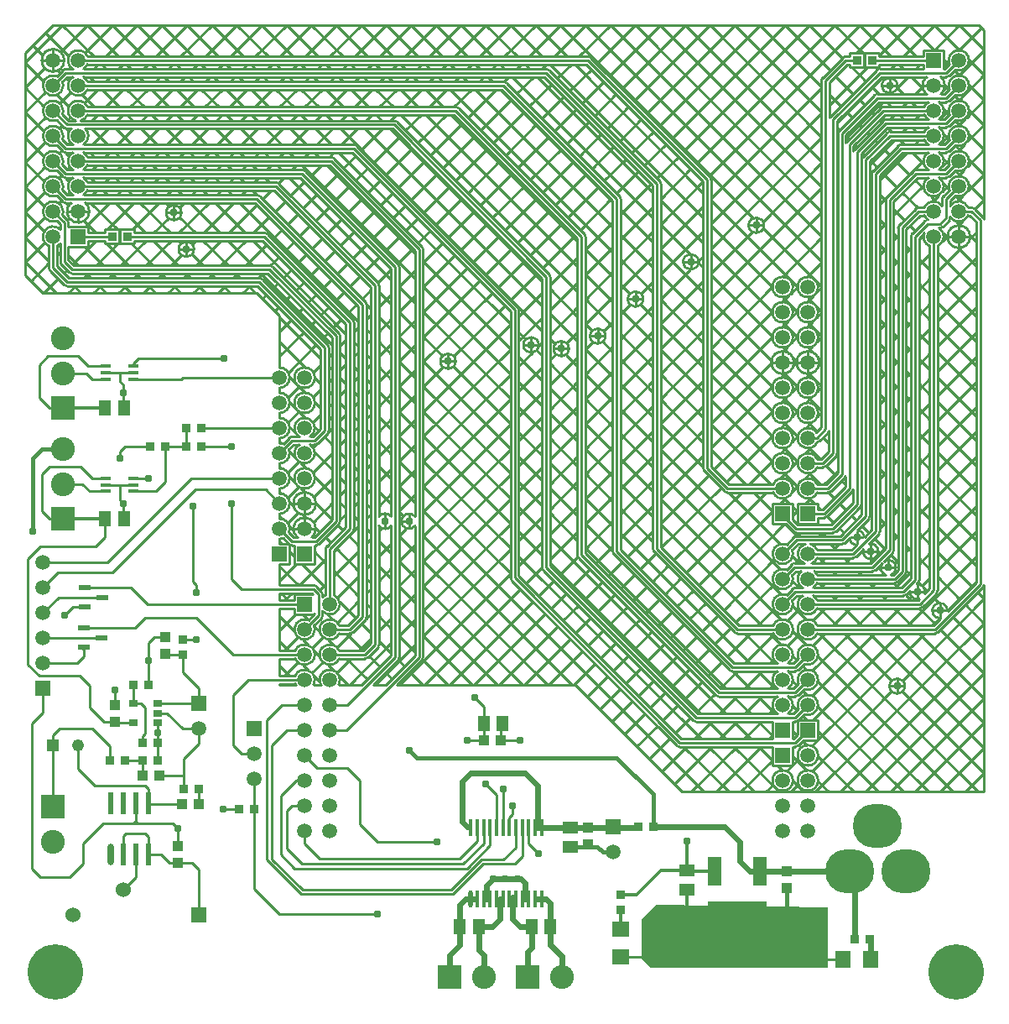
<source format=gtl>
G04 Layer_Physical_Order=1*
G04 Layer_Color=255*
%FSLAX25Y25*%
%MOIN*%
G70*
G01*
G75*
%ADD10C,0.01000*%
%ADD11R,0.03500X0.03500*%
%ADD12R,0.04331X0.03937*%
%ADD13R,0.05118X0.05906*%
%ADD14R,0.04331X0.01500*%
%ADD15O,0.04331X0.01500*%
%ADD16R,0.03500X0.03500*%
%ADD17R,0.06299X0.07087*%
%ADD18R,0.07087X0.06299*%
%ADD19O,0.02362X0.08661*%
%ADD20R,0.02362X0.08661*%
%ADD21R,0.01772X0.06890*%
%ADD22O,0.01772X0.06890*%
%ADD23R,0.03937X0.04331*%
%ADD24R,0.03543X0.02559*%
%ADD25R,0.05906X0.05118*%
%ADD26R,0.05512X0.11811*%
%ADD27R,0.23622X0.25590*%
%ADD28R,0.04724X0.02362*%
%ADD29C,0.02400*%
%ADD30C,0.01800*%
%ADD31C,0.01400*%
%ADD32C,0.05906*%
%ADD33R,0.05906X0.05906*%
%ADD34O,0.19500X0.17500*%
%ADD35R,0.09500X0.09500*%
%ADD36C,0.09500*%
%ADD37R,0.04800X0.04800*%
%ADD38C,0.04800*%
%ADD39C,0.06000*%
%ADD40R,0.06000X0.06000*%
%ADD41R,0.09500X0.09500*%
%ADD42C,0.22000*%
%ADD43C,0.03100*%
G36*
X428000Y139720D02*
Y115500D01*
X357500D01*
X354000Y119000D01*
Y135000D01*
X359500Y140500D01*
X428000Y139720D01*
D02*
G37*
G36*
X154500Y173000D02*
X151500D01*
X153000Y174500D01*
X154500Y173000D01*
D02*
G37*
D10*
X484053Y476000D02*
G03*
X476236Y474498I-4053J0D01*
G01*
X478498Y472236D02*
G03*
X484053Y476000I1502J3764D01*
G01*
X478498Y462236D02*
G03*
X484053Y466000I1502J3764D01*
G01*
D02*
G03*
X476236Y464498I-4053J0D01*
G01*
X484053Y456000D02*
G03*
X476236Y454498I-4053J0D01*
G01*
X475000Y469400D02*
G03*
X476133Y469870I0J1600D01*
G01*
X475000Y469400D02*
G03*
X476131Y469869I0J1600D01*
G01*
X474453Y466000D02*
G03*
X472875Y469400I-4453J0D01*
G01*
Y462600D02*
G03*
X474453Y466000I-2875J3400D01*
G01*
X475000Y459400D02*
G03*
X476131Y459869I0J1600D01*
G01*
X475000Y459400D02*
G03*
X476133Y459870I0J1600D01*
G01*
X474053Y456000D02*
G03*
X472206Y459400I-4053J0D01*
G01*
X472206Y452600D02*
G03*
X474053Y456000I-2206J3400D01*
G01*
X478498Y452236D02*
G03*
X484053Y456000I1502J3764D01*
G01*
X478498Y442236D02*
G03*
X484053Y446000I1502J3764D01*
G01*
D02*
G03*
X476236Y444498I-4053J0D01*
G01*
X484053Y436000D02*
G03*
X476236Y434498I-4053J0D01*
G01*
X478498Y432236D02*
G03*
X484053Y436000I1502J3764D01*
G01*
X475000Y449400D02*
G03*
X476133Y449870I0J1600D01*
G01*
X475000Y449400D02*
G03*
X476131Y449869I0J1600D01*
G01*
X474053Y446000D02*
G03*
X472206Y449400I-4053J0D01*
G01*
Y442600D02*
G03*
X474053Y446000I-2206J3400D01*
G01*
X475000Y439400D02*
G03*
X476133Y439870I0J1600D01*
G01*
X475000Y439400D02*
G03*
X476131Y439869I0J1600D01*
G01*
X474053Y436000D02*
G03*
X472206Y439400I-4053J0D01*
G01*
Y432600D02*
G03*
X474053Y436000I-2206J3400D01*
G01*
X467125Y469400D02*
G03*
X467125Y462600I2875J-3400D01*
G01*
X467794Y459400D02*
G03*
X466276Y457600I2206J-3400D01*
G01*
Y454400D02*
G03*
X467794Y452600I3724J1600D01*
G01*
X455550Y466000D02*
G03*
X455550Y466000I-3050J0D01*
G01*
X467794Y449400D02*
G03*
X466276Y447600I2206J-3400D01*
G01*
Y444400D02*
G03*
X467794Y442600I3724J1600D01*
G01*
Y439400D02*
G03*
X467794Y432600I2206J-3400D01*
G01*
X463000D02*
G03*
X461867Y432130I0J-1600D01*
G01*
X463000Y432600D02*
G03*
X461869Y432131I0J-1600D01*
G01*
X452500Y447600D02*
G03*
X451367Y447130I0J-1600D01*
G01*
X452500Y447600D02*
G03*
X451369Y447131I0J-1600D01*
G01*
X451000Y452600D02*
G03*
X449867Y452130I0J-1600D01*
G01*
X451000Y452600D02*
G03*
X449869Y452131I0J-1600D01*
G01*
X457000Y442600D02*
G03*
X455869Y442131I0J-1600D01*
G01*
X457000Y442600D02*
G03*
X455867Y442130I0J-1600D01*
G01*
X484053Y426000D02*
G03*
X476236Y424498I-4053J0D01*
G01*
X478498Y422236D02*
G03*
X484053Y426000I1502J3764D01*
G01*
X483724Y417600D02*
G03*
X476600Y418206I-3724J-1600D01*
G01*
X486133Y417130D02*
G03*
X485000Y417600I-1133J-1130D01*
G01*
X486131Y417131D02*
G03*
X485000Y417600I-1131J-1131D01*
G01*
X490000Y413057D02*
G03*
X489630Y413633I-1500J-557D01*
G01*
X490000Y413057D02*
G03*
X489631Y413631I-1500J-557D01*
G01*
X476600Y413794D02*
G03*
X483724Y414400I3400J2206D01*
G01*
X475000Y429400D02*
G03*
X476133Y429870I0J1600D01*
G01*
X475000Y429400D02*
G03*
X476131Y429869I0J1600D01*
G01*
X474053Y426000D02*
G03*
X472206Y429400I-4053J0D01*
G01*
X467794D02*
G03*
X474053Y426000I2206J-3400D01*
G01*
X473870Y422133D02*
G03*
X473400Y421000I1130J-1133D01*
G01*
X473869Y422131D02*
G03*
X473400Y421000I1131J-1131D01*
G01*
X476130Y412367D02*
G03*
X476600Y413500I-1130J1133D01*
G01*
X476131Y412369D02*
G03*
X476600Y413500I-1131J1131D01*
G01*
X473400Y418206D02*
G03*
X466276Y417600I-3400J-2206D01*
G01*
Y414400D02*
G03*
X467794Y412600I3724J1600D01*
G01*
X467500D02*
G03*
X466367Y412130I0J-1600D01*
G01*
X467500Y412600D02*
G03*
X466369Y412131I0J-1600D01*
G01*
X484453Y406000D02*
G03*
X484453Y406000I-4453J0D01*
G01*
X472500Y409400D02*
G03*
X473631Y409869I0J1600D01*
G01*
X472500Y409400D02*
G03*
X473633Y409870I0J1600D01*
G01*
X474053Y406000D02*
G03*
X472206Y409400I-4053J0D01*
G01*
X466217Y407454D02*
G03*
X468400Y402277I3783J-1455D01*
G01*
X471600D02*
G03*
X474053Y406000I-1600J3724D01*
G01*
X464000Y417600D02*
G03*
X462867Y417130I0J-1600D01*
G01*
X464000Y417600D02*
G03*
X462869Y417131I0J-1600D01*
G01*
X461470Y407233D02*
G03*
X461000Y406100I1130J-1133D01*
G01*
X461469Y407231D02*
G03*
X461000Y406100I1131J-1131D01*
G01*
X456370Y410633D02*
G03*
X455900Y409500I1130J-1133D01*
G01*
X456369Y410631D02*
G03*
X455900Y409500I1131J-1131D01*
G01*
X451370Y421633D02*
G03*
X450900Y420500I1130J-1133D01*
G01*
X451369Y421631D02*
G03*
X450900Y420500I1131J-1131D01*
G01*
X448500Y472600D02*
G03*
X447367Y472130I0J-1600D01*
G01*
X448500Y472600D02*
G03*
X447369Y472131I0J-1600D01*
G01*
X447500Y462600D02*
G03*
X446367Y462130I0J-1600D01*
G01*
X450000Y457600D02*
G03*
X448869Y457131I0J-1600D01*
G01*
X447500Y462600D02*
G03*
X446369Y462131I0J-1600D01*
G01*
X450000Y457600D02*
G03*
X448867Y457130I0J-1600D01*
G01*
X435000Y477600D02*
G03*
X433867Y477130I0J-1600D01*
G01*
X435000Y477600D02*
G03*
X433869Y477131I0J-1600D01*
G01*
X428870Y453633D02*
G03*
X428600Y453275I1130J-1133D01*
G01*
X428869Y453631D02*
G03*
X428600Y453275I1131J-1131D01*
G01*
X441870Y437633D02*
G03*
X441400Y436500I1130J-1133D01*
G01*
X445870Y432133D02*
G03*
X445400Y431000I1130J-1133D01*
G01*
X445869Y432131D02*
G03*
X445400Y431000I1131J-1131D01*
G01*
X441869Y437631D02*
G03*
X441400Y436500I1131J-1131D01*
G01*
X435370Y443633D02*
G03*
X435100Y443275I1130J-1133D01*
G01*
X432370Y448133D02*
G03*
X431900Y447000I1130J-1133D01*
G01*
X432369Y448131D02*
G03*
X431900Y447000I1131J-1131D01*
G01*
X435369Y443631D02*
G03*
X435100Y443275I1131J-1131D01*
G01*
X438520Y440783D02*
G03*
X438100Y440047I1130J-1133D01*
G01*
X438519Y440781D02*
G03*
X438100Y440047I1131J-1131D01*
G01*
X425870Y469133D02*
G03*
X425400Y468000I1130J-1133D01*
G01*
X425869Y469131D02*
G03*
X425400Y468000I1131J-1131D01*
G01*
X381600Y428500D02*
G03*
X381131Y429631I-1600J0D01*
G01*
X381600Y428500D02*
G03*
X381130Y429633I-1600J0D01*
G01*
X333633Y477130D02*
G03*
X332500Y477600I-1133J-1130D01*
G01*
X333631Y477131D02*
G03*
X332500Y477600I-1131J-1131D01*
G01*
X361600Y427000D02*
G03*
X361131Y428131I-1600J0D01*
G01*
X361600Y427000D02*
G03*
X361130Y428133I-1600J0D01*
G01*
X402550Y410500D02*
G03*
X402550Y410500I-3050J0D01*
G01*
X345600Y421000D02*
G03*
X345130Y422133I-1600J0D01*
G01*
X345600Y421000D02*
G03*
X345131Y422131I-1600J0D01*
G01*
X424053Y376000D02*
G03*
X424053Y376000I-4053J0D01*
G01*
Y386000D02*
G03*
X424053Y386000I-4053J0D01*
G01*
Y366000D02*
G03*
X424053Y366000I-4053J0D01*
G01*
X428131Y328369D02*
G03*
X428400Y328725I-1131J1131D01*
G01*
X428130Y328367D02*
G03*
X428400Y328725I-1130J1133D01*
G01*
X424453Y356000D02*
G03*
X424453Y356000I-4453J0D01*
G01*
X424053Y346000D02*
G03*
X424053Y346000I-4053J0D01*
G01*
Y336000D02*
G03*
X424053Y336000I-4053J0D01*
G01*
X376550Y396000D02*
G03*
X376550Y396000I-3050J0D01*
G01*
X414053Y386000D02*
G03*
X414053Y386000I-4053J0D01*
G01*
Y376000D02*
G03*
X414053Y376000I-4053J0D01*
G01*
X354550Y381199D02*
G03*
X354550Y381199I-3050J0D01*
G01*
X414053Y366000D02*
G03*
X414053Y366000I-4053J0D01*
G01*
Y346000D02*
G03*
X414053Y346000I-4053J0D01*
G01*
X414453Y356000D02*
G03*
X414453Y356000I-4453J0D01*
G01*
X414053Y336000D02*
G03*
X414053Y336000I-4053J0D01*
G01*
X339550Y366500D02*
G03*
X339550Y366500I-3050J0D01*
G01*
X444131Y293869D02*
G03*
X444600Y295000I-1131J1131D01*
G01*
X444130Y293867D02*
G03*
X444600Y295000I-1130J1133D01*
G01*
X448130Y287867D02*
G03*
X448600Y289000I-1130J1133D01*
G01*
X448131Y287869D02*
G03*
X448600Y289000I-1131J1131D01*
G01*
X448050Y281000D02*
G03*
X444208Y283945I-3050J0D01*
G01*
X434631Y310369D02*
G03*
X434900Y310725I-1131J1131D01*
G01*
X434630Y310367D02*
G03*
X434900Y310725I-1130J1133D01*
G01*
X431131Y318869D02*
G03*
X431600Y320000I-1131J1131D01*
G01*
X437630Y304867D02*
G03*
X438050Y305603I-1130J1133D01*
G01*
X437631Y304869D02*
G03*
X438050Y305603I-1131J1131D01*
G01*
X440780Y298517D02*
G03*
X441250Y299650I-1130J1133D01*
G01*
X440781Y298519D02*
G03*
X441250Y299650I-1131J1131D01*
G01*
X431130Y318867D02*
G03*
X431600Y320000I-1130J1133D01*
G01*
X423731Y324417D02*
G03*
X424633Y324870I-231J1583D01*
G01*
X426000Y314400D02*
G03*
X427133Y314870I0J1600D01*
G01*
X428000Y304400D02*
G03*
X429133Y304870I0J1600D01*
G01*
X426000Y314400D02*
G03*
X427131Y314869I0J1600D01*
G01*
X428000Y304400D02*
G03*
X429131Y304869I0J1600D01*
G01*
X442535Y286798D02*
G03*
X439798Y289535I-3035J-298D01*
G01*
X442055Y281792D02*
G03*
X448050Y281000I2945J-792D01*
G01*
X436465Y286202D02*
G03*
X439202Y283465I3035J298D01*
G01*
X430000Y288400D02*
G03*
X431133Y288870I0J1600D01*
G01*
X430000Y288400D02*
G03*
X431131Y288869I0J1600D01*
G01*
X426500Y294400D02*
G03*
X427633Y294870I0J1600D01*
G01*
X426500Y294400D02*
G03*
X427631Y294869I0J1600D01*
G01*
X433500Y283900D02*
G03*
X434633Y284370I0J1600D01*
G01*
X433500Y283900D02*
G03*
X434631Y284369I0J1600D01*
G01*
X463730Y268467D02*
G03*
X464200Y269600I-1130J1133D01*
G01*
X463731Y268469D02*
G03*
X464200Y269600I-1131J1131D01*
G01*
X466550Y265000D02*
G03*
X463307Y268044I-3050J0D01*
G01*
X489630Y266867D02*
G03*
X490000Y267443I-1130J1133D01*
G01*
X489631Y266869D02*
G03*
X490000Y267443I-1131J1131D01*
G01*
X471131Y264369D02*
G03*
X471600Y265500I-1131J1131D01*
G01*
X471130Y264367D02*
G03*
X471600Y265500I-1130J1133D01*
G01*
X466445Y264208D02*
G03*
X466550Y265000I-2945J792D01*
G01*
X458631Y271869D02*
G03*
X459100Y273000I-1131J1131D01*
G01*
X458630Y271867D02*
G03*
X459100Y273000I-1130J1133D01*
G01*
X453630Y280367D02*
G03*
X454100Y281500I-1130J1133D01*
G01*
X453631Y280369D02*
G03*
X454100Y281500I-1131J1131D01*
G01*
X452945Y271600D02*
G03*
X455050Y274500I-945J2900D01*
G01*
X458000Y263400D02*
G03*
X459133Y263870I0J1600D01*
G01*
X458000Y263400D02*
G03*
X459131Y263869I0J1600D01*
G01*
X454500Y268400D02*
G03*
X455633Y268870I0J1600D01*
G01*
X454500Y268400D02*
G03*
X455631Y268869I0J1600D01*
G01*
X475550Y257500D02*
G03*
X472693Y254456I-3050J0D01*
G01*
X464500Y258400D02*
G03*
X465633Y258870I0J1600D01*
G01*
X464500Y258400D02*
G03*
X465631Y258869I0J1600D01*
G01*
X460456Y265193D02*
G03*
X464292Y262055I3044J-193D01*
G01*
X470500Y248400D02*
G03*
X471631Y248869I0J1600D01*
G01*
X470500Y248400D02*
G03*
X471633Y248870I0J1600D01*
G01*
X455050Y274500D02*
G03*
X450285Y277022I-3050J0D01*
G01*
X449478Y276215D02*
G03*
X451055Y271600I2522J-1715D01*
G01*
X445650Y273050D02*
G03*
X446783Y273520I0J1600D01*
G01*
X445650Y273050D02*
G03*
X446781Y273519I0J1600D01*
G01*
X438000Y278400D02*
G03*
X439133Y278870I0J1600D01*
G01*
X438000Y278400D02*
G03*
X439131Y278869I0J1600D01*
G01*
X458550Y227500D02*
G03*
X458550Y227500I-3050J0D01*
G01*
X423417Y328180D02*
G03*
X423731Y324417I-3417J-2180D01*
G01*
D02*
G03*
X424631Y324869I-231J1583D01*
G01*
X423724Y317600D02*
G03*
X423724Y314400I-3724J-1600D01*
G01*
Y307600D02*
G03*
X423724Y304400I-3724J-1600D01*
G01*
X414053Y306000D02*
G03*
X406277Y307600I-4053J0D01*
G01*
Y304400D02*
G03*
X414053Y306000I3724J1600D01*
G01*
X414053Y326000D02*
G03*
X414053Y326000I-4053J0D01*
G01*
Y316000D02*
G03*
X414053Y316000I-4053J0D01*
G01*
X414241Y288869D02*
G03*
X415373Y288400I1131J1131D01*
G01*
X423724Y281600D02*
G03*
X421102Y283900I-3724J-1600D01*
G01*
X421537Y276250D02*
G03*
X423724Y278400I-1537J3750D01*
G01*
X418898Y283900D02*
G03*
X418463Y276250I1102J-3900D01*
G01*
X423724Y271600D02*
G03*
X422669Y273050I-3724J-1600D01*
G01*
X422206Y266600D02*
G03*
X423724Y268400I-2206J3400D01*
G01*
X417331Y273050D02*
G03*
X417794Y266600I2669J-3050D01*
G01*
Y263400D02*
G03*
X423724Y258400I2206J-3400D01*
G01*
Y261600D02*
G03*
X422206Y263400I-3724J-1600D01*
G01*
X415500Y287100D02*
G03*
X414369Y286631I0J-1600D01*
G01*
X415500Y287100D02*
G03*
X414367Y286630I0J-1600D01*
G01*
X414240Y288870D02*
G03*
X415373Y288400I1133J1130D01*
G01*
X414650Y276250D02*
G03*
X413519Y275781I0J-1600D01*
G01*
X414053Y280000D02*
G03*
X413764Y281502I-4053J0D01*
G01*
X411502Y283764D02*
G03*
X414053Y280000I-1502J-3764D01*
G01*
X414650Y276250D02*
G03*
X413517Y275780I0J-1600D01*
G01*
X415000Y266600D02*
G03*
X413869Y266131I0J-1600D01*
G01*
X414053Y270000D02*
G03*
X413764Y271502I-4053J0D01*
G01*
X415000Y266600D02*
G03*
X413867Y266130I0J-1600D01*
G01*
X411502Y273764D02*
G03*
X414053Y270000I-1502J-3764D01*
G01*
X411502Y263764D02*
G03*
X414053Y260000I-1502J-3764D01*
G01*
X386867Y304870D02*
G03*
X388000Y304400I1133J1130D01*
G01*
X386869Y304869D02*
G03*
X388000Y304400I1131J1131D01*
G01*
X378400Y314000D02*
G03*
X378870Y312867I1600J0D01*
G01*
X378400Y314000D02*
G03*
X378869Y312869I1600J0D01*
G01*
X358400Y282000D02*
G03*
X358869Y280869I1600J0D01*
G01*
X358400Y282000D02*
G03*
X358870Y280867I1600J0D01*
G01*
X342400Y281000D02*
G03*
X342870Y279867I1600J0D01*
G01*
X342400Y281000D02*
G03*
X342869Y279869I1600J0D01*
G01*
X423724Y251600D02*
G03*
X423724Y248400I-3724J-1600D01*
G01*
X424053Y240000D02*
G03*
X416236Y238498I-4053J0D01*
G01*
X418498Y236236D02*
G03*
X424053Y240000I1502J3764D01*
G01*
Y230000D02*
G03*
X416236Y228498I-4053J0D01*
G01*
X418498Y226236D02*
G03*
X424053Y230000I1502J3764D01*
G01*
X415000Y233400D02*
G03*
X416133Y233870I0J1600D01*
G01*
X415000Y233400D02*
G03*
X416131Y233869I0J1600D01*
G01*
X424053Y220000D02*
G03*
X416236Y218498I-4053J0D01*
G01*
X415000Y223400D02*
G03*
X416133Y223870I0J1600D01*
G01*
X406276Y248400D02*
G03*
X414053Y250000I3724J1600D01*
G01*
Y260000D02*
G03*
X413764Y261502I-4053J0D01*
G01*
X412206Y236600D02*
G03*
X414053Y240000I-2206J3400D01*
G01*
Y250000D02*
G03*
X406276Y251600I-4053J0D01*
G01*
X414053Y240000D02*
G03*
X407794Y236600I-4053J0D01*
G01*
X407794Y233400D02*
G03*
X407794Y226600I2206J-3400D01*
G01*
X414053Y230000D02*
G03*
X412206Y233400I-4053J0D01*
G01*
X415000Y223400D02*
G03*
X416131Y223869I0J1600D01*
G01*
X412206Y226600D02*
G03*
X414053Y230000I-2206J3400D01*
G01*
Y220000D02*
G03*
X412206Y223400I-4053J0D01*
G01*
X418498Y216236D02*
G03*
X424053Y220000I1502J3764D01*
G01*
X415000Y213400D02*
G03*
X415947Y213710I0J1600D01*
G01*
X415000Y203400D02*
G03*
X416133Y203870I0J1600D01*
G01*
X424053Y190000D02*
G03*
X424053Y190000I-4053J0D01*
G01*
Y200000D02*
G03*
X424053Y200000I-4053J0D01*
G01*
X415000Y203400D02*
G03*
X416131Y203869I0J1600D01*
G01*
X415000Y213400D02*
G03*
X415947Y213710I0J1600D01*
G01*
X412206Y216600D02*
G03*
X414053Y220000I-2206J3400D01*
G01*
X407794Y223400D02*
G03*
X407794Y216600I2206J-3400D01*
G01*
X414053Y190000D02*
G03*
X414053Y190000I-4053J0D01*
G01*
X390867Y248870D02*
G03*
X392000Y248400I1133J1130D01*
G01*
X390869Y248869D02*
G03*
X392000Y248400I1131J1131D01*
G01*
X388869Y233869D02*
G03*
X390000Y233400I1131J1131D01*
G01*
X388867Y233870D02*
G03*
X390000Y233400I1133J1130D01*
G01*
X383367Y223870D02*
G03*
X384500Y223400I1133J1130D01*
G01*
X383369Y223869D02*
G03*
X384500Y223400I1131J1131D01*
G01*
X374369Y213869D02*
G03*
X375500Y213400I1131J1131D01*
G01*
X374367Y213870D02*
G03*
X375500Y213400I1133J1130D01*
G01*
X367867Y203870D02*
G03*
X369000Y203400I1133J1130D01*
G01*
X367869Y203869D02*
G03*
X369000Y203400I1131J1131D01*
G01*
X317131Y472131D02*
G03*
X316000Y472600I-1131J-1131D01*
G01*
X317133Y472130D02*
G03*
X316000Y472600I-1133J-1130D01*
G01*
X300133Y467130D02*
G03*
X299000Y467600I-1133J-1130D01*
G01*
X300131Y467131D02*
G03*
X299000Y467600I-1131J-1131D01*
G01*
X281131Y457131D02*
G03*
X280000Y457600I-1131J-1131D01*
G01*
X281133Y457130D02*
G03*
X280000Y457600I-1133J-1130D01*
G01*
X256633Y451630D02*
G03*
X255500Y452100I-1133J-1130D01*
G01*
X256631Y451631D02*
G03*
X255500Y452100I-1131J-1131D01*
G01*
X240631Y442131D02*
G03*
X239500Y442600I-1131J-1131D01*
G01*
X240633Y442130D02*
G03*
X239500Y442600I-1133J-1130D01*
G01*
X231631Y437131D02*
G03*
X230500Y437600I-1131J-1131D01*
G01*
X231633Y437130D02*
G03*
X230500Y437600I-1133J-1130D01*
G01*
X331600Y406000D02*
G03*
X331130Y407133I-1600J0D01*
G01*
X331600Y406000D02*
G03*
X331131Y407131I-1600J0D01*
G01*
X317600Y390000D02*
G03*
X317131Y391131I-1600J0D01*
G01*
X317600Y390000D02*
G03*
X317130Y391133I-1600J0D01*
G01*
X267100Y401000D02*
G03*
X266631Y402131I-1600J0D01*
G01*
X267100Y401000D02*
G03*
X266630Y402133I-1600J0D01*
G01*
X257600Y394000D02*
G03*
X257131Y395131I-1600J0D01*
G01*
X257600Y394000D02*
G03*
X257130Y395133I-1600J0D01*
G01*
X220131Y432131D02*
G03*
X219000Y432600I-1131J-1131D01*
G01*
X220133Y432130D02*
G03*
X219000Y432600I-1133J-1130D01*
G01*
X209633Y427130D02*
G03*
X208500Y427600I-1133J-1130D01*
G01*
X209631Y427131D02*
G03*
X208500Y427600I-1131J-1131D01*
G01*
X207131Y394131D02*
G03*
X206000Y394600I-1131J-1131D01*
G01*
X205133Y407130D02*
G03*
X204000Y407600I-1133J-1130D01*
G01*
X207133Y394130D02*
G03*
X206000Y394600I-1133J-1130D01*
G01*
X202131Y422131D02*
G03*
X201000Y422600I-1131J-1131D01*
G01*
X202133Y422130D02*
G03*
X201000Y422600I-1133J-1130D01*
G01*
X205131Y407131D02*
G03*
X204000Y407600I-1131J-1131D01*
G01*
X132206Y472600D02*
G03*
X133724Y474400I-2206J3400D01*
G01*
Y477600D02*
G03*
X127794Y472600I-3724J-1600D01*
G01*
X127794Y469400D02*
G03*
X133724Y464400I2206J-3400D01*
G01*
Y467600D02*
G03*
X132206Y469400I-3724J-1600D01*
G01*
X124453Y476000D02*
G03*
X124453Y476000I-4453J0D01*
G01*
X125000Y472600D02*
G03*
X123867Y472130I0J-1600D01*
G01*
X125000Y472600D02*
G03*
X123869Y472131I0J-1600D01*
G01*
X123764Y454498D02*
G03*
X124053Y456000I-3764J1502D01*
G01*
Y466000D02*
G03*
X123764Y467502I-4053J0D01*
G01*
X121502Y469764D02*
G03*
X124053Y466000I-1502J-3764D01*
G01*
X131102Y452100D02*
G03*
X133724Y454400I-1102J3900D01*
G01*
X132206Y442600D02*
G03*
X134053Y446000I-2206J3400D01*
G01*
D02*
G03*
X132831Y448900I-4053J0D01*
G01*
X133724Y457600D02*
G03*
X128898Y452100I-3724J-1600D01*
G01*
X127169Y448900D02*
G03*
X127794Y442600I2831J-2900D01*
G01*
X133724Y437600D02*
G03*
X132206Y439400I-3724J-1600D01*
G01*
Y432600D02*
G03*
X133724Y434400I-2206J3400D01*
G01*
X127794Y439400D02*
G03*
X127794Y432600I2206J-3400D01*
G01*
X124367Y449370D02*
G03*
X125500Y448900I1133J1130D01*
G01*
X124369Y449369D02*
G03*
X125500Y448900I1131J1131D01*
G01*
X123764Y444498D02*
G03*
X124053Y446000I-3764J1502D01*
G01*
Y456000D02*
G03*
X121502Y452236I-4053J0D01*
G01*
X124053Y446000D02*
G03*
X121502Y442236I-4053J0D01*
G01*
X123867Y439870D02*
G03*
X125000Y439400I1133J1130D01*
G01*
X123869Y439869D02*
G03*
X125000Y439400I1131J1131D01*
G01*
X123764Y434498D02*
G03*
X124053Y436000I-3764J1502D01*
G01*
D02*
G03*
X121502Y432236I-4053J0D01*
G01*
X171050Y415500D02*
G03*
X171050Y415500I-3050J0D01*
G01*
X176050Y401000D02*
G03*
X176050Y401000I-3050J0D01*
G01*
X133724Y427600D02*
G03*
X132206Y429400I-3724J-1600D01*
G01*
X132206Y422600D02*
G03*
X133724Y424400I-2206J3400D01*
G01*
X127794Y429400D02*
G03*
X127794Y422600I2206J-3400D01*
G01*
X134453Y416000D02*
G03*
X132875Y419400I-4453J0D01*
G01*
X127125D02*
G03*
X134453Y416000I2875J-3400D01*
G01*
X123867Y429870D02*
G03*
X125000Y429400I1133J1130D01*
G01*
X123869Y429869D02*
G03*
X125000Y429400I1131J1131D01*
G01*
X123764Y424498D02*
G03*
X124053Y426000I-3764J1502D01*
G01*
D02*
G03*
X121502Y422236I-4053J0D01*
G01*
X123867Y419870D02*
G03*
X125000Y419400I1133J1130D01*
G01*
X123869Y419869D02*
G03*
X125000Y419400I1131J1131D01*
G01*
X126100Y411500D02*
G03*
X125630Y412633I-1600J0D01*
G01*
X126100Y411500D02*
G03*
X125631Y412631I-1600J0D01*
G01*
X123764Y414498D02*
G03*
X124053Y416000I-3764J1502D01*
G01*
D02*
G03*
X121502Y412236I-4053J0D01*
G01*
X126369Y391869D02*
G03*
X127500Y391400I1131J1131D01*
G01*
X126367Y391870D02*
G03*
X127500Y391400I1133J1130D01*
G01*
X121600Y402276D02*
G03*
X122900Y403169I-1600J3724D01*
G01*
Y408831D02*
G03*
X118400Y402276I-2900J-2831D01*
G01*
X122900Y396000D02*
G03*
X123369Y394869I1600J0D01*
G01*
X122900Y396000D02*
G03*
X123370Y394867I1600J0D01*
G01*
X118400Y393500D02*
G03*
X118869Y392369I1600J0D01*
G01*
X118400Y393500D02*
G03*
X118870Y392367I1600J0D01*
G01*
X325050Y361500D02*
G03*
X325050Y361500I-3050J0D01*
G01*
X305100Y377000D02*
G03*
X304631Y378131I-1600J0D01*
G01*
X305100Y377000D02*
G03*
X304630Y378133I-1600J0D01*
G01*
X313050Y363000D02*
G03*
X313050Y363000I-3050J0D01*
G01*
X280050Y356500D02*
G03*
X280050Y356500I-3050J0D01*
G01*
X249600Y386500D02*
G03*
X249130Y387633I-1600J0D01*
G01*
X249600Y386500D02*
G03*
X249131Y387631I-1600J0D01*
G01*
X244600Y379000D02*
G03*
X244130Y380133I-1600J0D01*
G01*
X244600Y379000D02*
G03*
X244131Y380131I-1600J0D01*
G01*
X328400Y279500D02*
G03*
X328869Y278369I1600J0D01*
G01*
X328400Y279500D02*
G03*
X328870Y278367I1600J0D01*
G01*
X314400Y274500D02*
G03*
X314870Y273367I1600J0D01*
G01*
X314400Y274500D02*
G03*
X314869Y273369I1600J0D01*
G01*
X263900Y294882D02*
G03*
X263900Y291118I-2400J-1882D01*
G01*
X301900Y270500D02*
G03*
X302370Y269367I1600J0D01*
G01*
X301900Y270500D02*
G03*
X302369Y269369I1600J0D01*
G01*
X266630Y237867D02*
G03*
X267100Y239000I-1130J1133D01*
G01*
X266631Y237869D02*
G03*
X267100Y239000I-1131J1131D01*
G01*
X254400Y294882D02*
G03*
X249600Y294882I-2400J-1882D01*
G01*
Y291118D02*
G03*
X254400Y291118I2400J1882D01*
G01*
X249130Y242867D02*
G03*
X249600Y244000I-1130J1133D01*
G01*
X257130Y237867D02*
G03*
X257600Y239000I-1130J1133D01*
G01*
X257131Y237869D02*
G03*
X257600Y239000I-1131J1131D01*
G01*
X244131Y253869D02*
G03*
X244600Y255000I-1131J1131D01*
G01*
X244130Y253867D02*
G03*
X244600Y255000I-1130J1133D01*
G01*
X249131Y242869D02*
G03*
X249600Y244000I-1131J1131D01*
G01*
X244000Y238400D02*
G03*
X245133Y238870I0J1600D01*
G01*
X244000Y238400D02*
G03*
X245131Y238869I0J1600D01*
G01*
X239600Y372000D02*
G03*
X239131Y373131I-1600J0D01*
G01*
X239600Y372000D02*
G03*
X239130Y373133I-1600J0D01*
G01*
X234100Y366500D02*
G03*
X233631Y367631I-1600J0D01*
G01*
X234100Y366500D02*
G03*
X233630Y367633I-1600J0D01*
G01*
X229600Y362000D02*
G03*
X229130Y363133I-1600J0D01*
G01*
X229600Y362000D02*
G03*
X229131Y363131I-1600J0D01*
G01*
X224053Y350000D02*
G03*
X224053Y350000I-4053J0D01*
G01*
Y340000D02*
G03*
X224053Y340000I-4053J0D01*
G01*
X229131Y327869D02*
G03*
X229600Y329000I-1131J1131D01*
G01*
X229130Y327867D02*
G03*
X229600Y329000I-1130J1133D01*
G01*
X222206Y326600D02*
G03*
X224053Y330000I-2206J3400D01*
G01*
D02*
G03*
X217794Y326600I-4053J0D01*
G01*
X224000Y323400D02*
G03*
X225133Y323870I0J1600D01*
G01*
X224000Y323400D02*
G03*
X225131Y323869I0J1600D01*
G01*
X224053Y320000D02*
G03*
X222206Y323400I-4053J0D01*
G01*
X217794D02*
G03*
X224053Y320000I2206J-3400D01*
G01*
Y310000D02*
G03*
X224053Y310000I-4053J0D01*
G01*
X203131Y389131D02*
G03*
X202000Y389600I-1131J-1131D01*
G01*
X203133Y389130D02*
G03*
X202000Y389600I-1133J-1130D01*
G01*
X124369Y386869D02*
G03*
X125500Y386400I1131J1131D01*
G01*
X124367Y386870D02*
G03*
X125500Y386400I1133J1130D01*
G01*
X215000Y326600D02*
G03*
X213869Y326131I0J-1600D01*
G01*
X215000Y326600D02*
G03*
X213867Y326130I0J-1600D01*
G01*
X214053Y320000D02*
G03*
X213764Y321502I-4053J0D01*
G01*
X210000Y315947D02*
G03*
X214053Y320000I0J4053D01*
G01*
Y340000D02*
G03*
X210000Y344053I-4053J0D01*
G01*
Y335947D02*
G03*
X214053Y340000I0J4053D01*
G01*
Y350000D02*
G03*
X210000Y354053I-4053J0D01*
G01*
Y345947D02*
G03*
X214053Y350000I0J4053D01*
G01*
Y330000D02*
G03*
X210000Y334053I-4053J0D01*
G01*
Y325947D02*
G03*
X214053Y330000I0J4053D01*
G01*
X211502Y323764D02*
G03*
X210000Y324053I-1502J-3764D01*
G01*
X214053Y310000D02*
G03*
X210000Y314053I-4053J0D01*
G01*
X233630Y291867D02*
G03*
X234100Y293000I-1130J1133D01*
G01*
X233631Y291869D02*
G03*
X234100Y293000I-1131J1131D01*
G01*
X239130Y288867D02*
G03*
X239600Y290000I-1130J1133D01*
G01*
X239131Y288869D02*
G03*
X239600Y290000I-1131J1131D01*
G01*
X224500Y283400D02*
G03*
X225633Y283870I0J1600D01*
G01*
X224500Y283400D02*
G03*
X225631Y283869I0J1600D01*
G01*
X222875Y286600D02*
G03*
X224453Y290000I-2875J3400D01*
G01*
X228870Y283133D02*
G03*
X228400Y282000I1130J-1133D01*
G01*
X228869Y283131D02*
G03*
X228400Y282000I1131J-1131D01*
G01*
X224631Y267131D02*
G03*
X223500Y267600I-1131J-1131D01*
G01*
X224633Y267130D02*
G03*
X223500Y267600I-1133J-1130D01*
G01*
X238000Y248400D02*
G03*
X239133Y248870I0J1600D01*
G01*
X234053Y260000D02*
G03*
X231600Y263724I-4053J0D01*
G01*
X227100Y257169D02*
G03*
X234053Y260000I2900J2831D01*
G01*
X233724Y251600D02*
G03*
X233724Y248400I-3724J-1600D01*
G01*
X238000D02*
G03*
X239131Y248869I0J1600D01*
G01*
X233525Y228000D02*
G03*
X234053Y230000I-3525J2000D01*
G01*
X233724Y241600D02*
G03*
X233724Y238400I-3724J-1600D01*
G01*
X234053Y230000D02*
G03*
X226475Y228000I-4053J0D01*
G01*
X228400Y263724D02*
G03*
X227100Y262831I1600J-3724D01*
G01*
Y264000D02*
G03*
X226631Y265131I-1600J0D01*
G01*
X227100Y264000D02*
G03*
X226630Y265133I-1600J0D01*
G01*
X226631Y254369D02*
G03*
X227100Y255500I-1131J1131D01*
G01*
X226630Y254367D02*
G03*
X227100Y255500I-1130J1133D01*
G01*
X224053Y250000D02*
G03*
X223764Y251502I-4053J0D01*
G01*
X223525Y228000D02*
G03*
X224053Y230000I-3525J2000D01*
G01*
X224453Y300000D02*
G03*
X224453Y300000I-4453J0D01*
G01*
Y290000D02*
G03*
X217125Y286600I-4453J0D01*
G01*
X210000Y305947D02*
G03*
X214053Y310000I0J4053D01*
G01*
Y300000D02*
G03*
X210000Y304053I-4053J0D01*
G01*
X213764Y288498D02*
G03*
X214053Y290000I-3764J1502D01*
G01*
X210000Y295947D02*
G03*
X214053Y300000I0J4053D01*
G01*
Y290000D02*
G03*
X210000Y294053I-4053J0D01*
G01*
X214053Y283711D02*
G03*
X215000Y283400I947J1290D01*
G01*
X214053Y283711D02*
G03*
X215000Y283400I947J1290D01*
G01*
X210000Y285947D02*
G03*
X211502Y286236I0J4053D01*
G01*
X224053Y240000D02*
G03*
X216276Y241600I-4053J0D01*
G01*
Y238400D02*
G03*
X224053Y240000I3724J1600D01*
G01*
X216276Y228400D02*
G03*
X216475Y228000I3724J1600D01*
G01*
X221502Y253764D02*
G03*
X224053Y250000I-1502J-3764D01*
G01*
Y230000D02*
G03*
X216276Y231600I-4053J0D01*
G01*
X480150Y490000D02*
X490000Y480150D01*
X488000Y490000D02*
X490000Y488000D01*
X480052Y480052D02*
X489000Y489000D01*
X479952Y470052D02*
X490000Y480101D01*
X484048Y476203D02*
X490000Y470251D01*
X470251Y490000D02*
X480203Y480048D01*
X470153Y480053D02*
X480100Y490000D01*
X476133Y469870D02*
X478498Y472236D01*
X479849Y460050D02*
X490000Y470201D01*
X484041Y466311D02*
X490000Y460351D01*
X483156Y453458D02*
X490000Y460302D01*
X478357Y462095D02*
X480421Y460031D01*
X478307Y472044D02*
X480310Y470041D01*
X476133Y459870D02*
X478498Y462236D01*
X474337Y452600D02*
X476236Y454498D01*
X474053Y476299D02*
X476044Y474307D01*
X474337Y472600D02*
X476236Y474498D01*
X474053Y474053D02*
X475948Y475948D01*
X472875Y469400D02*
X475000D01*
X474053Y472600D02*
Y480053D01*
X474051Y464151D02*
X475948Y466048D01*
X474337Y462600D02*
X476236Y464498D01*
X474453Y465999D02*
X476095Y464357D01*
X474017Y456535D02*
X476145Y454408D01*
X472875Y462600D02*
X474337D01*
X472206Y459400D02*
X475000D01*
X472399Y452600D02*
X475950Y456151D01*
X484031Y456421D02*
X490000Y450452D01*
X483414Y443816D02*
X490000Y450402D01*
X479743Y450045D02*
X482542Y452844D01*
X490000Y413057D02*
Y488000D01*
X484017Y446535D02*
X490000Y440552D01*
X478408Y452145D02*
X480535Y450017D01*
X476133Y449870D02*
X478498Y452236D01*
X483559Y434062D02*
X490000Y440503D01*
X484000Y436653D02*
X490000Y430653D01*
X479634Y440036D02*
X482184Y442586D01*
X479522Y430024D02*
X481938Y432441D01*
X478530Y432223D02*
X480776Y429978D01*
X478458Y442195D02*
X480653Y440000D01*
X476133Y439870D02*
X478498Y442236D01*
X476133Y429870D02*
X478498Y432236D01*
X474000Y446653D02*
X476195Y444458D01*
X474337Y442600D02*
X476236Y444498D01*
X473156Y443458D02*
X475955Y446257D01*
X472206Y452600D02*
X474337D01*
X472206Y449400D02*
X475000D01*
X472298Y442600D02*
X472542Y442843D01*
X473978Y436776D02*
X476223Y434530D01*
X474337Y432600D02*
X476236Y434498D01*
X473414Y433816D02*
X475964Y436366D01*
X472206Y442600D02*
X474337D01*
X472206Y439400D02*
X475000D01*
X472206Y432600D02*
X474337D01*
X465947Y477600D02*
Y480053D01*
X474053D01*
X465947Y472600D02*
Y474400D01*
X461152Y469400D02*
X465697Y464856D01*
X457801Y477600D02*
X470201Y490000D01*
X460351D02*
X470299Y480053D01*
X448350Y477600D02*
X465947D01*
X448500Y472600D02*
X465947D01*
X448350Y474400D02*
X465947D01*
X466047Y466000D02*
X470000D01*
X473953D01*
X462600Y462600D02*
X465568Y465568D01*
X447500Y462600D02*
X467125D01*
X448163Y459400D02*
X467794D01*
X449163Y469400D02*
X467125D01*
X450663Y454400D02*
X466276D01*
X450000Y457600D02*
X466276D01*
X456152Y474400D02*
X457952Y472600D01*
X462701D02*
X464501Y474400D01*
X452801Y472600D02*
X454601Y474400D01*
X455488Y465387D02*
X459501Y469400D01*
X451253D02*
X451708Y468945D01*
X448350Y478049D02*
X460301Y490000D01*
X450452D02*
X462852Y477600D01*
X439252Y478850D02*
X450402Y490000D01*
X440552D02*
X452952Y477600D01*
X455445Y465208D02*
X458053Y462600D01*
X457600Y457600D02*
X459400Y459400D01*
X452701Y462600D02*
X453113Y463012D01*
X462499Y452600D02*
X464299Y454400D01*
X461253Y459400D02*
X463053Y457600D01*
X452500Y466000D02*
Y468550D01*
Y466000D02*
X455050D01*
X449950D02*
X452500D01*
X451353Y459400D02*
X453153Y457600D01*
X452500Y463450D02*
Y466000D01*
X461353Y449400D02*
X463153Y447600D01*
X457499D02*
X459299Y449400D01*
X462399Y442600D02*
X464199Y444400D01*
X451000Y452600D02*
X467794D01*
X451663Y449400D02*
X467794D01*
X452500Y447600D02*
X466276D01*
X457000Y442600D02*
X467794D01*
X453163Y444400D02*
X466276D01*
X463000Y432600D02*
X467794D01*
X461454Y439400D02*
X466165Y434689D01*
X457663Y439400D02*
X467794D01*
X454609Y436346D02*
X460346Y430609D01*
X448600Y428801D02*
X459199Y439400D01*
X448600Y418902D02*
X465955Y436257D01*
X451370Y421633D02*
X461867Y432130D01*
X452600Y452600D02*
X454400Y454400D01*
X456353D02*
X458153Y452600D01*
X451558Y449296D02*
X453254Y447600D01*
X438100Y441837D02*
X450663Y454400D01*
X441250Y438987D02*
X451663Y449400D01*
X441870Y437633D02*
X451367Y447130D01*
X456454Y444400D02*
X458254Y442600D01*
X449659Y431396D02*
X455396Y425659D01*
X449859Y441096D02*
X452346Y438609D01*
X444600Y434701D02*
X454299Y444400D01*
X444600Y435837D02*
X453163Y444400D01*
X448600Y430337D02*
X457663Y439400D01*
X445870Y432133D02*
X455867Y442130D01*
X483663Y424266D02*
X490000Y430603D01*
X483978Y426776D02*
X490000Y420753D01*
X479406Y420009D02*
X481734Y422337D01*
X486280Y416983D02*
X490000Y420704D01*
X478689Y422165D02*
X480903Y419951D01*
X476600Y420337D02*
X478498Y422236D01*
X476600Y418206D02*
Y420337D01*
X486133Y417130D02*
X489630Y413633D01*
X483724Y417600D02*
X485000D01*
X483724Y414400D02*
X484337D01*
X486900Y411837D01*
X479742Y410445D02*
X481553Y412257D01*
X473951Y426903D02*
X476165Y424689D01*
X473870Y422133D02*
X476236Y424498D01*
X473559Y424062D02*
X475976Y426478D01*
X472206Y429400D02*
X475000D01*
X469522Y420024D02*
X471938Y422441D01*
X473400Y418206D02*
Y421000D01*
X468837Y422118D02*
X471036Y419918D01*
X464663Y414400D02*
X466276D01*
X484377Y405181D02*
X486900Y407704D01*
X484421Y406534D02*
X486900Y404054D01*
X480000Y406000D02*
X483953D01*
X479477Y401578D02*
X486900Y394155D01*
X480000Y402047D02*
Y406000D01*
X471600Y392404D02*
X480819Y401623D01*
X478837Y412118D02*
X480534Y410421D01*
X471600Y382505D02*
X486900Y397805D01*
X471600Y399555D02*
X486900Y384256D01*
X471600Y359958D02*
X486900Y344657D01*
X471600Y342907D02*
X486900Y358207D01*
X471600Y352806D02*
X486900Y368106D01*
X471600Y333007D02*
X486900Y348307D01*
X471600Y350058D02*
X486900Y334758D01*
X471600Y372605D02*
X486900Y387905D01*
X471600Y379756D02*
X486900Y364457D01*
X471600Y389656D02*
X486900Y374356D01*
X471600Y369857D02*
X486900Y354557D01*
X471600Y362706D02*
X486900Y378006D01*
X473633Y409870D02*
X476130Y412367D01*
X480000Y406000D02*
Y409953D01*
X473878Y407177D02*
X475578Y405477D01*
X473743Y404447D02*
X475555Y406258D01*
X464200Y405437D02*
X466217Y407454D01*
X464200Y404803D02*
X465991Y406594D01*
X476047Y406000D02*
X480000D01*
X464959Y406196D02*
X466046Y405109D01*
X464200Y387157D02*
X468400Y382957D01*
X464200Y385004D02*
X468400Y389204D01*
X464200Y377257D02*
X468400Y373057D01*
X464200Y375105D02*
X468400Y379305D01*
X464200Y337659D02*
X468400Y333459D01*
X464200Y365205D02*
X468400Y369405D01*
X463663Y429400D02*
X467794D01*
X464000Y417600D02*
X466276D01*
X462609Y428346D02*
X466118Y424837D01*
X454100Y419837D02*
X463663Y429400D01*
X454100Y414502D02*
X465964Y426366D01*
X457659Y423396D02*
X463527Y417528D01*
X459100Y408837D02*
X464663Y414400D01*
X456370Y410633D02*
X462867Y417130D01*
X461470Y407233D02*
X466367Y412130D01*
X464200Y397056D02*
X468400Y392856D01*
X464200Y394904D02*
X468400Y399104D01*
X460709Y410446D02*
X462696Y408459D01*
X459100Y402156D02*
X461000Y400256D01*
X459100Y399703D02*
X461000Y401603D01*
X459100Y389804D02*
X461000Y391704D01*
X459100Y392256D02*
X461000Y390356D01*
X454100Y417056D02*
X458446Y412709D01*
X454100Y404603D02*
X455900Y406403D01*
X454100Y407156D02*
X455900Y405356D01*
X448600Y422555D02*
X450900Y420256D01*
X448600Y409002D02*
X450900Y411302D01*
X448600Y412656D02*
X450900Y410356D01*
X454100Y394703D02*
X455900Y396503D01*
X454100Y387357D02*
X455900Y385557D01*
X454100Y397256D02*
X455900Y395457D01*
X459100Y382357D02*
X461000Y380457D01*
X454100Y384804D02*
X455900Y386604D01*
X448600Y399103D02*
X450900Y401403D01*
X448600Y392857D02*
X450900Y390557D01*
X448600Y402757D02*
X450900Y400456D01*
X448600Y382958D02*
X450900Y380658D01*
X448600Y389203D02*
X450900Y391503D01*
X459100Y372458D02*
X461000Y370557D01*
X459100Y370005D02*
X461000Y371905D01*
X459100Y379904D02*
X461000Y381804D01*
X464200Y355306D02*
X468400Y359506D01*
X464200Y367357D02*
X468400Y363158D01*
X454100Y365005D02*
X455900Y366805D01*
X459100Y362558D02*
X461000Y360658D01*
X454100Y367558D02*
X455900Y365758D01*
X459100Y360105D02*
X461000Y362005D01*
X454100Y357659D02*
X455900Y355858D01*
X464200Y357458D02*
X468400Y353258D01*
X464200Y345406D02*
X468400Y349606D01*
X459100Y350206D02*
X461000Y352106D01*
X464200Y335507D02*
X468400Y339707D01*
X464200Y347558D02*
X468400Y343358D01*
X459100Y342759D02*
X461000Y340859D01*
X459100Y340306D02*
X461000Y342206D01*
X459100Y352659D02*
X461000Y350759D01*
X459100Y330407D02*
X461000Y332307D01*
X459100Y332859D02*
X461000Y330960D01*
X454100Y377457D02*
X455900Y375658D01*
X454100Y374904D02*
X455900Y376704D01*
X448600Y379304D02*
X450900Y381604D01*
X454100Y355105D02*
X455900Y356905D01*
X448600Y373058D02*
X450900Y370758D01*
X448600Y363158D02*
X450900Y360858D01*
X448600Y359505D02*
X450900Y361805D01*
X448600Y369404D02*
X450900Y371704D01*
X448600Y349605D02*
X450900Y351905D01*
X448600Y353259D02*
X450900Y350959D01*
X454100Y345206D02*
X455900Y347006D01*
X454100Y337860D02*
X455900Y336059D01*
X454100Y347759D02*
X455900Y345959D01*
X454100Y327960D02*
X455900Y326160D01*
X454100Y335306D02*
X455900Y337106D01*
X448600Y339706D02*
X450900Y342006D01*
X448600Y343359D02*
X450900Y341059D01*
X448600Y329806D02*
X450900Y332106D01*
X448600Y333460D02*
X450900Y331160D01*
X448350Y477600D02*
Y478850D01*
Y473150D02*
Y474400D01*
X447503Y473150D02*
X448103Y472550D01*
X442650Y478850D02*
X448350D01*
X442650Y473150D02*
X448350D01*
X442350Y478303D02*
X442650Y478003D01*
X428600Y458298D02*
X443451Y473150D01*
X437603D02*
X442995Y467758D01*
X448558Y452296D02*
X449296Y451558D01*
X428870Y453633D02*
X447367Y472130D01*
X445258Y465495D02*
X448153Y462600D01*
X444808Y456046D02*
X446296Y454558D01*
X431600Y451399D02*
X449601Y469400D01*
X431600Y451837D02*
X449163Y469400D01*
X441803Y478850D02*
X442350Y478303D01*
X442650Y473150D02*
Y478850D01*
X436650Y477600D02*
Y478850D01*
X442350Y473150D02*
Y478850D01*
X436650Y473150D02*
Y474400D01*
X430653Y490000D02*
X441803Y478850D01*
X436650D02*
X442350D01*
X435000Y477600D02*
X436650D01*
X436353Y474400D02*
X436650Y474103D01*
Y473150D02*
X442350D01*
X435663Y474400D02*
X436650D01*
X440308Y460546D02*
X442546Y458308D01*
X435359Y455596D02*
X437596Y453359D01*
X428600Y467337D02*
X435663Y474400D01*
X431058Y469796D02*
X438046Y462808D01*
X428600Y462354D02*
X433096Y457859D01*
X443609Y447346D02*
X444346Y446609D01*
X446609Y444346D02*
X447596Y443359D01*
X439859Y451096D02*
X441346Y449609D01*
X441659Y439396D02*
X442646Y438409D01*
X435100Y446337D02*
X448163Y459400D01*
X435100Y445000D02*
X449501Y459400D01*
X432370Y448133D02*
X446367Y462130D01*
X438520Y440783D02*
X449867Y452130D01*
X435370Y443633D02*
X448867Y457130D01*
X444909Y436146D02*
X447396Y433659D01*
X444600Y424801D02*
X445400Y425601D01*
X444600Y426555D02*
X445400Y425756D01*
X444600Y416656D02*
X445400Y415856D01*
X444600Y414902D02*
X445400Y415702D01*
X444600Y405002D02*
X445400Y405802D01*
X444600Y406756D02*
X445400Y405957D01*
X435100Y445955D02*
X436396Y444659D01*
X435100Y443275D02*
Y446337D01*
X438659Y442396D02*
X439396Y441659D01*
X438100Y440047D02*
Y441837D01*
X431600Y449455D02*
X432646Y448409D01*
X431600Y441500D02*
X431900Y441799D01*
X431600Y439556D02*
X431900Y439256D01*
X431600Y429656D02*
X431900Y429356D01*
X431600Y431600D02*
X431900Y431900D01*
X431600Y419757D02*
X431900Y419456D01*
X431600Y411801D02*
X431900Y412101D01*
X431600Y421701D02*
X431900Y422001D01*
X431600Y401902D02*
X431900Y402202D01*
X431600Y409857D02*
X431900Y409557D01*
X410854Y490000D02*
X428796Y472058D01*
X420753Y490000D02*
X433745Y477008D01*
X400954Y490000D02*
X425400Y465554D01*
X380633Y430130D02*
X440503Y490000D01*
X391055D02*
X425400Y455655D01*
X365783Y444979D02*
X410804Y490000D01*
X371256D02*
X425400Y435856D01*
X355884Y454879D02*
X391005Y490000D01*
X375683Y435080D02*
X430603Y490000D01*
X361356D02*
X425400Y425956D01*
X425870Y469133D02*
X433867Y477130D01*
X428600Y453275D02*
Y467337D01*
X381155Y490000D02*
X425400Y445755D01*
X370733Y440030D02*
X420704Y490000D01*
X370733Y440030D02*
X420704Y490000D01*
X360834Y449929D02*
X400905Y490000D01*
X341035Y469728D02*
X361307Y490000D01*
X345984Y464778D02*
X371206Y490000D01*
X336085Y474678D02*
X351407Y490000D01*
X350934Y459829D02*
X381106Y490000D01*
X340184Y449079D02*
X348671Y457566D01*
X335234Y454028D02*
X343722Y462516D01*
X333633Y477130D02*
X381130Y429633D01*
X331837Y474400D02*
X378400Y427837D01*
X359983Y429280D02*
X368470Y437767D01*
X359983Y429280D02*
X368470Y437767D01*
X355033Y434229D02*
X363521Y442717D01*
X345134Y444129D02*
X353621Y452616D01*
X350084Y439179D02*
X358571Y447666D01*
X334134Y433129D02*
X342871Y441866D01*
X344033Y423229D02*
X352771Y431967D01*
X339084Y428179D02*
X347821Y436916D01*
X381600Y411299D02*
X425400Y455098D01*
X402136Y412035D02*
X425400Y435299D01*
X381600Y421198D02*
X425400Y464998D01*
Y330163D02*
Y468000D01*
X381600Y420259D02*
X415948Y385911D01*
X341558Y490000D02*
X425400Y406157D01*
X381600Y401399D02*
X425400Y445199D01*
X351457Y490000D02*
X425400Y416057D01*
X381600Y381600D02*
X425400Y425400D01*
X331658Y490000D02*
X425400Y396258D01*
X399500Y410500D02*
Y413050D01*
Y410500D02*
X402050D01*
X399500Y407950D02*
Y410500D01*
X402349Y409410D02*
X425400Y386358D01*
X409849Y390050D02*
X425400Y405601D01*
X396950Y410500D02*
X399500D01*
X381600Y391499D02*
X397965Y407865D01*
X381600Y371701D02*
X425400Y415501D01*
X381600Y410359D02*
X405947Y386012D01*
X361600Y420997D02*
X373420Y432817D01*
X361600Y411097D02*
X378370Y427867D01*
X345600Y414896D02*
X357720Y427017D01*
X361600Y401198D02*
X378400Y417998D01*
X361600Y420460D02*
X378400Y403660D01*
X345600Y414896D02*
X357720Y427017D01*
X345600Y416661D02*
X358400Y403861D01*
X345600Y404997D02*
X358400Y417797D01*
X361600Y410561D02*
X373133Y399028D01*
X345600Y395097D02*
X358400Y407898D01*
X345600Y406762D02*
X358400Y393962D01*
X361600Y400661D02*
X378400Y383861D01*
X361600Y391299D02*
X378400Y408099D01*
X331600Y400897D02*
X342400Y411696D01*
X331600Y400897D02*
X342400Y411696D01*
X331600Y400963D02*
X342400Y390163D01*
X331600Y390997D02*
X342400Y401797D01*
X444600Y396857D02*
X445400Y396057D01*
X444600Y395103D02*
X445400Y395903D01*
X431600Y392002D02*
X431900Y392302D01*
X444600Y385203D02*
X445400Y386003D01*
X444600Y386958D02*
X445400Y386157D01*
X431600Y390058D02*
X431900Y389758D01*
X431600Y382103D02*
X431900Y382403D01*
X431600Y399957D02*
X431900Y399658D01*
X431600Y380158D02*
X431900Y379858D01*
X419911Y381948D02*
X425400Y376459D01*
X444600Y375304D02*
X445400Y376104D01*
X444600Y367159D02*
X445400Y366358D01*
X444600Y377058D02*
X445400Y376258D01*
X444600Y357259D02*
X445400Y356459D01*
X444600Y365404D02*
X445400Y366204D01*
X431600Y372203D02*
X431900Y372503D01*
X431600Y370259D02*
X431900Y369959D01*
X423559Y374062D02*
X425400Y375903D01*
X431600Y360360D02*
X431900Y360059D01*
X431600Y362304D02*
X431900Y362604D01*
X419743Y390045D02*
X425400Y395702D01*
X423414Y383816D02*
X425400Y385802D01*
X419634Y380036D02*
X422184Y382586D01*
X419522Y370024D02*
X421938Y372441D01*
X413157Y383458D02*
X415955Y386257D01*
X410012Y381947D02*
X415947Y376012D01*
X413414Y373816D02*
X415964Y376366D01*
X410111Y371949D02*
X415949Y366111D01*
X420012Y371947D02*
X425400Y366560D01*
X423663Y364266D02*
X425400Y366003D01*
X419847Y360450D02*
X421734Y362337D01*
X423886Y358174D02*
X425400Y356660D01*
X420111Y361949D02*
X422174Y359886D01*
X413559Y364062D02*
X415976Y366478D01*
X410208Y361953D02*
X412428Y359733D01*
X413733Y358428D02*
X415585Y356576D01*
X410000Y356000D02*
X413953D01*
X444600Y355505D02*
X445400Y356305D01*
X431600Y352404D02*
X431900Y352704D01*
X431600Y350460D02*
X431900Y350160D01*
X444600Y345605D02*
X445400Y346405D01*
X444600Y347359D02*
X445400Y346560D01*
X420576Y351585D02*
X425400Y346761D01*
X423807Y344612D02*
X425400Y346204D01*
X424351Y355055D02*
X425400Y356104D01*
X431600Y342505D02*
X431900Y342805D01*
X420302Y341959D02*
X425400Y336861D01*
X444600Y337460D02*
X445400Y336660D01*
X444600Y335706D02*
X445400Y336506D01*
X431600Y340561D02*
X431900Y340261D01*
X444600Y327561D02*
X445400Y326761D01*
X431600Y332605D02*
X431900Y332905D01*
X431600Y330661D02*
X431900Y330361D01*
X423860Y334765D02*
X425400Y336305D01*
X423417Y328180D02*
X425400Y330163D01*
X420000Y356000D02*
Y359953D01*
Y356000D02*
X423953D01*
X416047D02*
X420000D01*
X419286Y349989D02*
X420945Y351649D01*
X420000Y352047D02*
Y356000D01*
X410000Y356000D02*
Y359953D01*
X414321Y354924D02*
X415550Y356153D01*
X410000Y352047D02*
Y356000D01*
X410664Y351597D02*
X415959Y346303D01*
X419161Y339965D02*
X421388Y342193D01*
X420395Y331966D02*
X423799Y328562D01*
X419031Y329935D02*
X421236Y332140D01*
X413743Y344447D02*
X416011Y346714D01*
X410395Y341967D02*
X415967Y336395D01*
X413807Y334612D02*
X416035Y336839D01*
X410486Y331976D02*
X415976Y326486D01*
X376532Y396331D02*
X378400Y398199D01*
X373500Y396000D02*
X376050D01*
X373500D02*
Y398550D01*
X381600Y400460D02*
X405949Y376111D01*
X376528Y395633D02*
X378400Y393761D01*
X373500Y393450D02*
Y396000D01*
X370950D02*
X373500D01*
X361600Y381399D02*
X373169Y392968D01*
X345600Y385198D02*
X358400Y397998D01*
X409743Y380045D02*
X412542Y382843D01*
X409634Y370036D02*
X412184Y372586D01*
X381600Y390561D02*
X405953Y366208D01*
X361600Y390762D02*
X378400Y373962D01*
X361600Y371499D02*
X378400Y388299D01*
X353657Y383355D02*
X358400Y388099D01*
X361600Y380862D02*
X378400Y364062D01*
X345600Y365399D02*
X358400Y378199D01*
X351500Y381199D02*
Y383749D01*
Y381199D02*
X354050D01*
X348950D02*
X351500D01*
Y378648D02*
Y381199D01*
X345600Y396862D02*
X358400Y384062D01*
X345600Y386963D02*
X349276Y383286D01*
X331600Y381098D02*
X342400Y391898D01*
X331600Y371198D02*
X342400Y381998D01*
X331600Y391063D02*
X342400Y380263D01*
X345600Y375299D02*
X349343Y379042D01*
X353588Y378975D02*
X358400Y374163D01*
X338802Y368501D02*
X342400Y372098D01*
X345600Y377063D02*
X358400Y364263D01*
X336500Y363950D02*
Y366500D01*
X331600Y381164D02*
X342400Y370364D01*
X336500Y366500D02*
Y369050D01*
X331600Y371264D02*
X334277Y368588D01*
X336500Y366500D02*
X339050D01*
X333950D02*
X336500D01*
X409950Y360453D02*
X411938Y362441D01*
X381600Y361801D02*
X405950Y386151D01*
X381600Y351902D02*
X405955Y376257D01*
X381600Y380661D02*
X405597Y356664D01*
X381600Y370762D02*
X405967Y346395D01*
X361600Y351701D02*
X378400Y368501D01*
X361600Y370963D02*
X378400Y354163D01*
X381600Y360862D02*
X405976Y336486D01*
X381600Y342002D02*
X405964Y366366D01*
X409406Y350009D02*
X411076Y351679D01*
X406047Y356000D02*
X410000D01*
X409286Y339989D02*
X411553Y342257D01*
X409161Y329965D02*
X411388Y332192D01*
X381600Y332103D02*
X405548Y356050D01*
X361600Y341801D02*
X378400Y358601D01*
X381600Y350963D02*
X405988Y326574D01*
X361600Y361600D02*
X378400Y378400D01*
X345600Y355500D02*
X358400Y368300D01*
X345600Y367164D02*
X358400Y354364D01*
X361600Y361063D02*
X378400Y344263D01*
X345600Y345600D02*
X358400Y358400D01*
X338588Y364277D02*
X342400Y360464D01*
X331600Y361298D02*
X334499Y364198D01*
X331600Y361365D02*
X342400Y350565D01*
X331600Y351399D02*
X342400Y362199D01*
X345600Y335701D02*
X358400Y348501D01*
X345600Y347365D02*
X358400Y334565D01*
X345600Y357264D02*
X358400Y344464D01*
X361600Y331902D02*
X378400Y348702D01*
X361600Y351164D02*
X378400Y334364D01*
X331600Y331600D02*
X342400Y342400D01*
X331600Y351465D02*
X342400Y340665D01*
X331600Y341565D02*
X342400Y330766D01*
X331600Y341566D02*
X342400Y330766D01*
X471600Y323108D02*
X486900Y338408D01*
X471600Y330259D02*
X486900Y314959D01*
X471600Y340159D02*
X486900Y324858D01*
X471600Y320359D02*
X486900Y305060D01*
X471600Y313208D02*
X486900Y328508D01*
X464200Y325607D02*
X468400Y329807D01*
X464200Y327760D02*
X468400Y323559D01*
X459100Y322960D02*
X461000Y321060D01*
X464200Y315708D02*
X468400Y319908D01*
X459100Y320507D02*
X461000Y322407D01*
X471600Y303309D02*
X486900Y318609D01*
X464200Y305808D02*
X468400Y310008D01*
X464200Y317860D02*
X468400Y313660D01*
X471600Y310460D02*
X486900Y295160D01*
X464200Y295909D02*
X468400Y300109D01*
X459100Y310608D02*
X461000Y312508D01*
X464200Y307961D02*
X468400Y303761D01*
X459100Y313061D02*
X461000Y311161D01*
X459100Y300708D02*
X461000Y302608D01*
X459100Y303161D02*
X461000Y301261D01*
X454100Y325407D02*
X455900Y327207D01*
X448600Y323561D02*
X450900Y321261D01*
X448600Y319907D02*
X450900Y322207D01*
X454100Y315507D02*
X455900Y317307D01*
X454100Y318061D02*
X455900Y316261D01*
X444600Y317661D02*
X445400Y316861D01*
X444600Y315907D02*
X445400Y316707D01*
X444600Y325806D02*
X445400Y326606D01*
X448600Y310007D02*
X450900Y312307D01*
X448600Y313661D02*
X450900Y311361D01*
X454100Y308161D02*
X455900Y306361D01*
X454100Y305608D02*
X455900Y307408D01*
X448600Y303762D02*
X450900Y301462D01*
X454100Y295708D02*
X455900Y297508D01*
X454100Y298262D02*
X455900Y296462D01*
X444600Y306007D02*
X445400Y306807D01*
X448600Y300108D02*
X450900Y302408D01*
X444600Y307762D02*
X445400Y306962D01*
X444600Y296108D02*
X445400Y296908D01*
X444600Y297862D02*
X445400Y297062D01*
X471600Y300561D02*
X486900Y285261D01*
X471600Y283510D02*
X486900Y298810D01*
X471600Y293409D02*
X486900Y308709D01*
Y268663D02*
Y411837D01*
X471600Y265500D02*
Y402277D01*
X461000Y270263D02*
Y406100D01*
X464200Y298061D02*
X468400Y293861D01*
X459100Y282248D02*
Y408837D01*
X468400Y266163D02*
Y402277D01*
X464200Y269600D02*
Y405437D01*
X471600Y290661D02*
X486900Y275361D01*
X464200Y288162D02*
X468400Y283962D01*
X464200Y286009D02*
X468400Y290209D01*
X471600Y273610D02*
X486900Y288910D01*
X459100Y273000D02*
Y282248D01*
Y293262D02*
X461000Y291362D01*
X459100Y290809D02*
X461000Y292709D01*
X454100Y285809D02*
X455900Y287609D01*
X459100Y280909D02*
X461000Y282809D01*
X459100Y283362D02*
X461000Y281462D01*
X455900Y282248D02*
Y409500D01*
X448600Y290208D02*
X450900Y292508D01*
X448600Y289000D02*
Y430337D01*
X454100Y281500D02*
Y419837D01*
X450900Y282163D02*
Y420500D01*
X444600Y295000D02*
Y435837D01*
X448600Y293862D02*
X450900Y291562D01*
X445400Y289663D02*
Y431000D01*
X454100Y288362D02*
X455900Y286562D01*
Y273663D02*
Y282248D01*
X447364Y279072D02*
X450900Y282609D01*
X444208Y283945D02*
X448130Y287867D01*
X446413Y286150D02*
X450650Y281913D01*
X445000Y281000D02*
Y283550D01*
X444987Y276250D02*
X450900Y282163D01*
X431900Y312163D02*
Y447000D01*
X431600Y322706D02*
X431900Y323006D01*
X441250Y299650D02*
Y438987D01*
X431600Y320000D02*
Y451837D01*
Y320762D02*
X431900Y320462D01*
X427337Y307600D02*
X431900Y312163D01*
X426394Y307600D02*
X431900Y313106D01*
X438050Y300313D02*
Y305603D01*
X434900Y306663D02*
Y310725D01*
X433362Y309100D02*
X434900Y307562D01*
X429133Y304870D02*
X434630Y310367D01*
X437612Y304850D02*
X438050Y304412D01*
X425837Y297600D02*
X434900Y306663D01*
X428400Y320663D02*
Y328725D01*
X426062Y326299D02*
X428400Y323962D01*
X427133Y314870D02*
X431130Y318867D01*
X427362Y315100D02*
X431100Y311362D01*
X424633Y324870D02*
X428130Y328367D01*
X425337Y317600D02*
X428400Y320663D01*
X423724Y317600D02*
X425337D01*
X420486Y321976D02*
X424862Y317600D01*
X428155Y304408D02*
X430400Y302163D01*
X423724Y314400D02*
X426000D01*
X423724Y307600D02*
X427337D01*
X420574Y311988D02*
X424963Y307600D01*
X423724Y304400D02*
X428000D01*
X424053Y297600D02*
X425837D01*
X439798Y289535D02*
X444130Y293867D01*
X441413Y291150D02*
X444150Y288413D01*
X441400Y295663D02*
Y436500D01*
X442535Y286798D02*
X445400Y289663D01*
X429337Y291600D02*
X438050Y300313D01*
X437413Y295150D02*
X439150Y293413D01*
X427633Y294870D02*
X437630Y304867D01*
X432837Y287100D02*
X441400Y295663D01*
X431133Y288870D02*
X440780Y298517D01*
X439500Y286500D02*
Y289050D01*
Y286500D02*
X442050D01*
X439500Y283950D02*
Y286500D01*
X439133Y278870D02*
X442055Y281792D01*
X436950Y286500D02*
X439500D01*
X434633Y284370D02*
X436465Y286202D01*
X437337Y281600D02*
X439202Y283465D01*
X423724Y281600D02*
X437337D01*
X432663Y299900D02*
X435150Y297413D01*
X432463Y290200D02*
X434200Y288463D01*
X427713Y294950D02*
X430200Y292463D01*
X424053Y298610D02*
X425063Y297600D01*
X416035Y291600D02*
X429337D01*
X424053Y294400D02*
X426500D01*
X425693Y287100D02*
X426993Y288400D01*
X430092Y281600D02*
X432392Y283900D01*
X428864D02*
X431164Y281600D01*
X415373Y288400D02*
X430000D01*
X424364D02*
X425664Y287100D01*
X421102Y283900D02*
X433500D01*
X415500Y287100D02*
X432837D01*
X464200Y276110D02*
X468400Y280310D01*
X464200Y278262D02*
X468400Y274062D01*
X463898Y268665D02*
X464807Y267756D01*
X471600Y280762D02*
X485299Y267062D01*
X465386Y267397D02*
X468400Y270410D01*
X463307Y268044D02*
X463730Y268467D01*
X463500Y265000D02*
Y267550D01*
X487562Y264799D02*
X490000Y262362D01*
X466256Y266307D02*
X467400Y265163D01*
X466445Y264208D02*
X468400Y266163D01*
X463500Y265000D02*
X466050D01*
X463500Y262450D02*
Y265000D01*
X454474Y276283D02*
X455900Y277709D01*
X454690Y266600D02*
X461000Y272910D01*
X459100Y273463D02*
X461000Y271563D01*
X452913Y279650D02*
X455900Y276663D01*
X453837Y271600D02*
X455900Y273663D01*
X457337Y266600D02*
X461000Y270263D01*
X460950Y265000D02*
X463500D01*
X459133Y263870D02*
X460456Y265193D01*
X455633Y268870D02*
X458630Y271867D01*
X452945Y271600D02*
X453837D01*
X454263Y268400D02*
X456063Y266600D01*
X475540Y257751D02*
X486900Y269111D01*
X475544Y257307D02*
X486900Y268663D01*
X472500Y257500D02*
X475050D01*
X490000Y185500D02*
Y267443D01*
X482612Y259850D02*
X490000Y252462D01*
X459489Y251600D02*
X486900Y279011D01*
X471600Y270862D02*
X480350Y262112D01*
X457495Y229807D02*
X490000Y262312D01*
X471633Y248870D02*
X489630Y266867D01*
X477663Y254900D02*
X490000Y242563D01*
X472713Y249950D02*
X490000Y232663D01*
X469950Y257500D02*
X472500D01*
X472585Y185500D02*
X490000Y202915D01*
X482485Y185500D02*
X490000Y193015D01*
X464364Y248400D02*
X490000Y222764D01*
X454464Y248400D02*
X490000Y212864D01*
X469837Y251600D02*
X472693Y254456D01*
X462686Y185500D02*
X490000Y212814D01*
X457689Y225376D02*
X490000Y193065D01*
X465633Y258870D02*
X471130Y264367D01*
X469663Y262900D02*
X472047Y260516D01*
X472500Y257500D02*
Y260050D01*
X463837Y261600D02*
X464292Y262055D01*
X458950Y263713D02*
X461063Y261600D01*
X464263Y258400D02*
X470450Y252213D01*
X459590Y261600D02*
X461103Y263114D01*
X472500Y254950D02*
Y257500D01*
X469389Y251600D02*
X472249Y254460D01*
X455500Y227500D02*
Y230050D01*
X454364Y258400D02*
X461164Y251600D01*
X455500Y227500D02*
X458050D01*
X455500Y224950D02*
Y227500D01*
X452950D02*
X455500D01*
X450285Y277022D02*
X453630Y280367D01*
X452000Y274500D02*
Y277050D01*
X449450Y274500D02*
X452000D01*
X445000Y281000D02*
X447550D01*
X444541Y276250D02*
X446928Y278637D01*
X444698Y277965D02*
X445700Y276963D01*
X446783Y273520D02*
X449478Y276215D01*
X447963Y274700D02*
X449096Y273567D01*
X452000Y274500D02*
X454550D01*
X449791Y271600D02*
X450217Y272026D01*
X444791Y266600D02*
X446591Y268400D01*
X423724Y271600D02*
X451055D01*
X423724Y268400D02*
X454500D01*
X444364D02*
X446164Y266600D01*
X422206Y263400D02*
X458000D01*
X422206Y266600D02*
X457337D01*
X445000Y278450D02*
Y281000D01*
X442450D02*
X445000D01*
X441463Y281200D02*
X441965Y280698D01*
X424742Y276250D02*
X426892Y278400D01*
X423724D02*
X438000D01*
X424464D02*
X426614Y276250D01*
X434642D02*
X436792Y278400D01*
X434364D02*
X436514Y276250D01*
X439714Y273050D02*
X441164Y271600D01*
X439891D02*
X441341Y273050D01*
X429992Y271600D02*
X431442Y273050D01*
X434891Y266600D02*
X436691Y268400D01*
X434464D02*
X436264Y266600D01*
X421537Y276250D02*
X444987D01*
X422669Y273050D02*
X445650D01*
X429814D02*
X431264Y271600D01*
X424992Y266600D02*
X426792Y268400D01*
X424565D02*
X426365Y266600D01*
X423724Y261600D02*
X463837D01*
X444565Y248400D02*
X490000Y202965D01*
X449590Y251600D02*
X456390Y258400D01*
X424766Y248400D02*
X487666Y185500D01*
X424765Y248400D02*
X487666Y185500D01*
X423724Y251600D02*
X469837D01*
X423724Y248400D02*
X470500D01*
X423724Y258400D02*
X464500D01*
X423088Y185500D02*
X490000Y252412D01*
X421942Y214053D02*
X456289Y248400D01*
X452786Y185500D02*
X490000Y222714D01*
X434665Y248400D02*
X453376Y229689D01*
X442887Y185500D02*
X490000Y232613D01*
X432987Y185500D02*
X490000Y242513D01*
X424053Y206264D02*
X466189Y248400D01*
X424003Y229364D02*
X467867Y185500D01*
X424016Y219451D02*
X457967Y185500D01*
X370000D02*
X490000D01*
X423988Y239278D02*
X477766Y185500D01*
X449364Y263400D02*
X451164Y261600D01*
X449690D02*
X451490Y263400D01*
X439791Y261600D02*
X441591Y263400D01*
X439690Y251600D02*
X446490Y258400D01*
X439464Y263400D02*
X441264Y261600D01*
X429565Y263400D02*
X431365Y261600D01*
X429891D02*
X431691Y263400D01*
X421881Y253590D02*
X426691Y258400D01*
X434565D02*
X441365Y251600D01*
X424665Y258400D02*
X431465Y251600D01*
X444464Y258400D02*
X451264Y251600D01*
X424053Y209515D02*
X448068Y185500D01*
X429791Y251600D02*
X436591Y258400D01*
X424036Y199632D02*
X438168Y185500D01*
X424043Y189725D02*
X428268Y185500D01*
X421747Y233657D02*
X436490Y248400D01*
X421815Y243624D02*
X426591Y248400D01*
X421466Y193778D02*
X453193Y225505D01*
X421679Y223689D02*
X446390Y248400D01*
X418894Y319899D02*
X421092Y322097D01*
X418749Y309855D02*
X420956Y312062D01*
X413860Y324764D02*
X416065Y326970D01*
X413903Y314908D02*
X416101Y317106D01*
X410574Y321988D02*
X415988Y316574D01*
X410662Y312002D02*
X416002Y306662D01*
X424053Y297600D02*
Y300053D01*
Y291947D02*
Y294400D01*
X420661Y302002D02*
X422610Y300053D01*
X420816Y291947D02*
X421164Y291600D01*
X420293D02*
X420641Y291947D01*
X418847Y300053D02*
X420826Y302032D01*
X415947Y300053D02*
X424053D01*
X413938Y305044D02*
X416145Y307251D01*
X415947Y291947D02*
X424053D01*
X414053Y293583D02*
X416035Y291600D01*
X409030Y319935D02*
X411236Y322140D01*
X408894Y309899D02*
X411092Y312097D01*
X408947Y300053D02*
X410956Y302062D01*
X388663Y307600D02*
X406277D01*
X396695D02*
X406065Y316969D01*
X398464Y304400D02*
X405947Y296917D01*
X414053Y298711D02*
X415947Y296816D01*
X414053Y295259D02*
X415947Y297153D01*
X414053Y293583D02*
Y300053D01*
X415947Y291947D02*
Y300053D01*
X410747Y302017D02*
X412711Y300053D01*
X405947D02*
X414053D01*
X405947Y291947D02*
Y300053D01*
X411163Y291947D02*
X414240Y288870D01*
X405947Y291947D02*
X411163D01*
X422074Y283482D02*
X422493Y283900D01*
X416163D02*
X418898D01*
X415793Y287100D02*
X417093Y288400D01*
X414843Y276250D02*
X416518Y277926D01*
X413764Y281502D02*
X416163Y283900D01*
X414650Y276250D02*
X418463D01*
X413935Y279030D02*
X416715Y276250D01*
X415313Y273050D02*
X417331D01*
X415092Y266600D02*
X416481Y267989D01*
X413954Y269111D02*
X416465Y266600D01*
X415663Y263400D02*
X417794D01*
X415000Y266600D02*
X417794D01*
X410917Y291947D02*
X415764Y287100D01*
X411502Y283764D02*
X414367Y286630D01*
X411502Y273764D02*
X413517Y275780D01*
X413764Y271502D02*
X415313Y273050D01*
X413764Y261502D02*
X415663Y263400D01*
X411502Y263764D02*
X413867Y266130D01*
X391428Y252835D02*
X406518Y267926D01*
X381600Y341063D02*
X406002Y316662D01*
X382780Y313483D02*
X406011Y336714D01*
X381600Y322203D02*
X405991Y346594D01*
X387729Y308533D02*
X406035Y326839D01*
X381600Y321264D02*
X395264Y307600D01*
X381600Y314663D02*
Y428500D01*
X361600Y322002D02*
X378400Y338802D01*
X361600Y341264D02*
X378400Y324464D01*
X381600Y331164D02*
X405164Y307600D01*
X361600Y312103D02*
X378400Y328903D01*
X381600Y314663D02*
X388663Y307600D01*
X388565Y304400D02*
X409030Y283935D01*
X388000Y304400D02*
X406277D01*
X378870Y312867D02*
X386867Y304870D01*
X361600Y292304D02*
X380517Y311220D01*
X361600Y302203D02*
X378400Y319003D01*
X345600Y337465D02*
X358400Y324665D01*
X361600Y331365D02*
X378400Y314565D01*
X345600Y325801D02*
X358400Y338601D01*
X378400Y314000D02*
Y427837D01*
X361600Y282663D02*
Y427000D01*
X331600Y331666D02*
X342400Y320866D01*
X345600Y315902D02*
X358400Y328702D01*
X331600Y321701D02*
X342400Y332501D01*
X345600Y327566D02*
X358400Y314766D01*
X345600Y327566D02*
X358400Y314766D01*
X345600Y317666D02*
X358400Y304866D01*
X345600Y296103D02*
X358400Y308903D01*
X345600Y306002D02*
X358400Y318802D01*
X345600Y286203D02*
X358400Y299003D01*
X345600Y307767D02*
X358400Y294967D01*
X331600Y311867D02*
X342400Y301067D01*
X331600Y292002D02*
X342400Y302802D01*
X331600Y311801D02*
X342400Y322601D01*
X345600Y297867D02*
X358400Y285067D01*
X331600Y301968D02*
X342400Y291167D01*
X366679Y277584D02*
X393495Y304400D01*
X371629Y272634D02*
X403395Y304400D01*
X361729Y282533D02*
X385467Y306271D01*
X381528Y262735D02*
X410741Y291947D01*
X376578Y267684D02*
X405947Y297053D01*
X361600Y311566D02*
X409194Y263972D01*
X361600Y311565D02*
X409194Y263972D01*
X361600Y321465D02*
X409111Y273954D01*
X361600Y301666D02*
X409278Y253988D01*
X361600Y291767D02*
X401766Y251600D01*
X386478Y257785D02*
X406556Y277863D01*
X368078Y259184D02*
X374316Y265422D01*
X363129Y264134D02*
X369366Y270371D01*
X361600Y282663D02*
X392663Y251600D01*
X358870Y280867D02*
X390867Y248870D01*
X345600Y287967D02*
X396968Y236600D01*
X345600Y281663D02*
X390663Y236600D01*
X342870Y279867D02*
X388867Y233870D01*
X331600Y282169D02*
X387169Y226600D01*
X331600Y280163D02*
X385163Y226600D01*
X358400Y282000D02*
Y426337D01*
X345600Y281663D02*
Y421000D01*
X348280Y278983D02*
X358400Y289104D01*
X342400Y281000D02*
Y420337D01*
X331600Y292068D02*
X342400Y281268D01*
X331600Y282103D02*
X342400Y292903D01*
X335580Y276183D02*
X342400Y283003D01*
X331600Y280163D02*
Y406000D01*
X353229Y274033D02*
X359467Y280271D01*
X358179Y269084D02*
X364416Y275321D01*
X345479Y266283D02*
X350967Y271771D01*
X355379Y256384D02*
X360866Y261871D01*
X350429Y261334D02*
X355916Y266821D01*
X340530Y271233D02*
X346017Y276720D01*
X335979Y256783D02*
X343217Y264021D01*
X414337Y236600D02*
X416236Y238498D01*
X416133Y233870D02*
X418498Y236236D01*
X413972Y259194D02*
X419194Y253972D01*
X413972Y259194D02*
X419194Y253972D01*
X411946Y253555D02*
X416445Y258053D01*
X413988Y249278D02*
X419278Y243988D01*
X411881Y243590D02*
X416410Y248119D01*
X417815Y235552D02*
X419364Y234002D01*
X417865Y225602D02*
X419452Y224015D01*
X416133Y223870D02*
X418498Y226236D01*
X414337Y226600D02*
X416236Y228498D01*
X414003Y239364D02*
X415552Y237815D01*
X412206Y236600D02*
X414337D01*
X404966Y248400D02*
X409364Y244003D01*
X404891Y236600D02*
X406410Y238119D01*
X412206Y233400D02*
X415000D01*
X414015Y229451D02*
X415602Y227865D01*
X414027Y219541D02*
X415652Y217915D01*
X412206Y226600D02*
X414337D01*
X404791D02*
X406376Y228185D01*
X412206Y223400D02*
X415000D01*
X423736Y205947D02*
X424053Y206264D01*
X417915Y215652D02*
X419515Y214053D01*
X424053Y205947D02*
Y214053D01*
X421538Y203749D02*
X423736Y205947D01*
X416316Y214053D02*
X418498Y216236D01*
X416316Y214053D02*
X424053D01*
X414337Y216600D02*
X416236Y218498D01*
X416133Y203870D02*
X418210Y205947D01*
X424053D01*
X417965Y205703D02*
X419632Y204036D01*
X414053Y199716D02*
X419725Y194043D01*
X414053Y196264D02*
X416251Y198462D01*
X414049Y189820D02*
X418369Y185500D01*
X413188D02*
X416222Y188534D01*
X415947Y208210D02*
Y213710D01*
X414053Y213400D02*
X415000D01*
X414053Y209615D02*
X415703Y207965D01*
X414053Y206600D02*
Y213400D01*
X412206Y216600D02*
X414337D01*
X404690D02*
X406343Y218253D01*
X405947Y206600D02*
Y213400D01*
X414337Y206600D02*
X415947Y208210D01*
X414053Y203400D02*
X415000D01*
X414053Y195947D02*
Y203400D01*
X413736Y195947D02*
X414053Y196264D01*
X411538Y193749D02*
X413736Y195947D01*
X405947D02*
X414053D01*
X405947D02*
Y203400D01*
X407922Y195947D02*
X409820Y194049D01*
X400092Y251600D02*
X406481Y257989D01*
X392663Y251600D02*
X406276D01*
X392000Y248400D02*
X406276D01*
X395067D02*
X406867Y236600D01*
X394992D02*
X406445Y248054D01*
X382928Y244335D02*
X389165Y250572D01*
X387877Y239385D02*
X396892Y248400D01*
X380128Y231635D02*
X385615Y237123D01*
X390663Y236600D02*
X407794D01*
X390000Y233400D02*
X407794D01*
X400168D02*
X406967Y226600D01*
X394891D02*
X401691Y233400D01*
X390268D02*
X397068Y226600D01*
X385077Y226686D02*
X391792Y233400D01*
X385163Y226600D02*
X407794D01*
X384500Y223400D02*
X407794D01*
X373028Y254235D02*
X379265Y260472D01*
X377978Y249285D02*
X384215Y255522D01*
X360329Y251434D02*
X365816Y256922D01*
X370228Y241535D02*
X375715Y247022D01*
X365278Y246484D02*
X370765Y251972D01*
X340929Y251834D02*
X348166Y259071D01*
X345879Y246884D02*
X353116Y254121D01*
X332679Y243584D02*
X338666Y249571D01*
X350829Y241934D02*
X358066Y249171D01*
X337629Y238634D02*
X343616Y244621D01*
X375178Y236585D02*
X380665Y242072D01*
X365678Y227085D02*
X372915Y234322D01*
X360728Y232035D02*
X367965Y239272D01*
X355778Y236984D02*
X363016Y244222D01*
X347528Y228734D02*
X353516Y234722D01*
X342579Y233684D02*
X348566Y239671D01*
X352478Y223785D02*
X358465Y229772D01*
X332197Y223303D02*
X340316Y231421D01*
X400268Y223400D02*
X407068Y216600D01*
X400368Y213400D02*
X405947Y207821D01*
X394791Y216600D02*
X401591Y223400D01*
X394690Y206600D02*
X401490Y213400D01*
X390469D02*
X397269Y206600D01*
X390369Y223400D02*
X397168Y216600D01*
X376163D02*
X407794D01*
X384891D02*
X391691Y223400D01*
X375500Y213400D02*
X405947D01*
X384791Y206600D02*
X391591Y213400D01*
X400469Y203400D02*
X405947Y197922D01*
X390569Y203400D02*
X408469Y185500D01*
X404590Y206600D02*
X405947Y207958D01*
X403289Y185500D02*
X406250Y188462D01*
X393389Y185500D02*
X405947Y198058D01*
X369663Y206600D02*
X405947D01*
X369000Y203400D02*
X405947D01*
X383490Y185500D02*
X401390Y203400D01*
X380670D02*
X398570Y185500D01*
X373590D02*
X391490Y203400D01*
X370627Y222135D02*
X377865Y229373D01*
X375577Y217185D02*
X382815Y224423D01*
X367327Y208935D02*
X373314Y214923D01*
X357428Y218835D02*
X363415Y224822D01*
X362378Y213885D02*
X368365Y219872D01*
X337147Y218353D02*
X345266Y226472D01*
X347046Y208454D02*
X355165Y216572D01*
X342097Y213403D02*
X350215Y221522D01*
X374891Y206600D02*
X381691Y213400D01*
X380570D02*
X387369Y206600D01*
X370771Y203400D02*
X388671Y185500D01*
X356946Y198554D02*
X365065Y206673D01*
X351996Y203504D02*
X360115Y211623D01*
X366845Y188655D02*
X381591Y203400D01*
X361896Y193604D02*
X371691Y203400D01*
X309309Y477600D02*
X321709Y490000D01*
X311859D02*
X324259Y477600D01*
X301959Y490000D02*
X314359Y477600D01*
X329108D02*
X341508Y490000D01*
X319208Y477600D02*
X331608Y490000D01*
X282161D02*
X294561Y477600D01*
X289510D02*
X301910Y490000D01*
X279610Y477600D02*
X292010Y490000D01*
X299409Y477600D02*
X311809Y490000D01*
X292060D02*
X304460Y477600D01*
X314208Y472600D02*
X316008Y474400D01*
X307660D02*
X309460Y472600D01*
X320385Y468878D02*
X325908Y474400D01*
X297761D02*
X299561Y472600D01*
X304309D02*
X306109Y474400D01*
X294409Y472600D02*
X296209Y474400D01*
X292861Y469400D02*
X294661Y467600D01*
X289409D02*
X291209Y469400D01*
X272261Y490000D02*
X284661Y477600D01*
X277962Y474400D02*
X279762Y472600D01*
X274610D02*
X276410Y474400D01*
X287861D02*
X289661Y472600D01*
X284510D02*
X286310Y474400D01*
X252462Y490000D02*
X264862Y477600D01*
X259811D02*
X272211Y490000D01*
X249912Y477600D02*
X262312Y490000D01*
X269711Y477600D02*
X282111Y490000D01*
X262362D02*
X274762Y477600D01*
X268062Y474400D02*
X269862Y472600D01*
X279510Y467600D02*
X281310Y469400D01*
X264711Y472600D02*
X266511Y474400D01*
X269610Y467600D02*
X271410Y469400D01*
X263163D02*
X264963Y467600D01*
X258163Y474400D02*
X259963Y472600D01*
X259711Y467600D02*
X261511Y469400D01*
X254811Y472600D02*
X256611Y474400D01*
X253263Y469400D02*
X255063Y467600D01*
X249811D02*
X251611Y469400D01*
X327459Y474400D02*
X378400Y423459D01*
X330285Y458978D02*
X338772Y467465D01*
X325335Y463928D02*
X333822Y472415D01*
X321759Y490000D02*
X398410Y413349D01*
X317560Y474400D02*
X378400Y413559D01*
X317133Y472130D02*
X361130Y428133D01*
X315337Y469400D02*
X358400Y426337D01*
X312660Y469400D02*
X358400Y423660D01*
X302761Y469400D02*
X358400Y413761D01*
X300133Y467130D02*
X345130Y422133D01*
X314335Y452928D02*
X323072Y461665D01*
X319285Y447978D02*
X328022Y456715D01*
X309385Y457878D02*
X318122Y466615D01*
X297861Y464400D02*
X342400Y419861D01*
X298337Y464400D02*
X342400Y420337D01*
X287962Y464400D02*
X342400Y409962D01*
X281133Y457130D02*
X331130Y407133D01*
X279337Y454400D02*
X328400Y405337D01*
X278062Y464400D02*
X342400Y400062D01*
X268263Y454400D02*
X328400Y394263D01*
X299283Y467575D02*
X301109Y469400D01*
X304435Y462827D02*
X311008Y469400D01*
X284986Y453277D02*
X296109Y464400D01*
X273062Y469400D02*
X274862Y467600D01*
X282962Y469400D02*
X284762Y467600D01*
X258263Y464400D02*
X265063Y457600D01*
X279409D02*
X286209Y464400D01*
X269510Y457600D02*
X276310Y464400D01*
X268163D02*
X274963Y457600D01*
X294885Y443378D02*
X307122Y455615D01*
X289935Y448327D02*
X302173Y460565D01*
X249711Y457600D02*
X256511Y464400D01*
X259610Y457600D02*
X266410Y464400D01*
X254110Y452100D02*
X256410Y454400D01*
X265036Y443227D02*
X276209Y454400D01*
X260086Y448176D02*
X266310Y454400D01*
X232663Y490000D02*
X245063Y477600D01*
X240012D02*
X252412Y490000D01*
X230113Y477600D02*
X242513Y490000D01*
X242563D02*
X254963Y477600D01*
X248263Y474400D02*
X250063Y472600D01*
X222764Y490000D02*
X235164Y477600D01*
X209500Y490000D02*
X488000D01*
X220213Y477600D02*
X232613Y490000D01*
X133724Y477600D02*
X332500D01*
X228464Y474400D02*
X230264Y472600D01*
X238364Y474400D02*
X240164Y472600D01*
X244912D02*
X246712Y474400D01*
X235012Y472600D02*
X236812Y474400D01*
X243364Y469400D02*
X245164Y467600D01*
X233464Y469400D02*
X235264Y467600D01*
X133724Y474400D02*
X331837D01*
X132206Y472600D02*
X316000D01*
X225113D02*
X226913Y474400D01*
X132206Y469400D02*
X315337D01*
X230012Y467600D02*
X231812Y469400D01*
X200414Y477600D02*
X212814Y490000D01*
X202965D02*
X215365Y477600D01*
X193065Y490000D02*
X205465Y477600D01*
X212864Y490000D02*
X225264Y477600D01*
X210314D02*
X222714Y490000D01*
X183166D02*
X195565Y477600D01*
X120000Y490000D02*
X209500D01*
X180615Y477600D02*
X193015Y490000D01*
X190515Y477600D02*
X202915Y490000D01*
X183166D02*
X195566Y477600D01*
X218565Y474400D02*
X220365Y472600D01*
X223565Y469400D02*
X225365Y467600D01*
X215213Y472600D02*
X217013Y474400D01*
X220113Y467600D02*
X221913Y469400D01*
X213665D02*
X215465Y467600D01*
X198766Y474400D02*
X200566Y472600D01*
X198766Y474400D02*
X200566Y472600D01*
X195414D02*
X197214Y474400D01*
X208665D02*
X210465Y472600D01*
X205314D02*
X207114Y474400D01*
X239811Y457600D02*
X246611Y464400D01*
X248364D02*
X255164Y457600D01*
X239912Y467600D02*
X241712Y469400D01*
X238464Y464400D02*
X245264Y457600D01*
X229912D02*
X236712Y464400D01*
X133724Y467600D02*
X299000D01*
X133724Y464400D02*
X298337D01*
X228565D02*
X235365Y457600D01*
X220012D02*
X226812Y464400D01*
X218665D02*
X225465Y457600D01*
X234311Y452100D02*
X236611Y454400D01*
X238565D02*
X240865Y452100D01*
X228665Y454400D02*
X230965Y452100D01*
X248464Y454400D02*
X250764Y452100D01*
X244211D02*
X246511Y454400D01*
X133724Y457600D02*
X280000D01*
X133724Y454400D02*
X279337D01*
X224412Y452100D02*
X226712Y454400D01*
X218766D02*
X221066Y452100D01*
X218765Y454400D02*
X221065Y452100D01*
X203766Y469400D02*
X205566Y467600D01*
X210213D02*
X212013Y469400D01*
X203766D02*
X205566Y467600D01*
X208766Y464400D02*
X215566Y457600D01*
X208766Y464400D02*
X215565Y457600D01*
X193866Y469400D02*
X195666Y467600D01*
X200314D02*
X202114Y469400D01*
X190414Y467600D02*
X192214Y469400D01*
X200213Y457600D02*
X207013Y464400D01*
X198866D02*
X205666Y457600D01*
X210113D02*
X216913Y464400D01*
X214512Y452100D02*
X216812Y454400D01*
X208866D02*
X211166Y452100D01*
X204613D02*
X206913Y454400D01*
X198967D02*
X201267Y452100D01*
X190314Y457600D02*
X197114Y464400D01*
X188967D02*
X195766Y457600D01*
X194713Y452100D02*
X197013Y454400D01*
X189067D02*
X191367Y452100D01*
X324234Y443028D02*
X332972Y451766D01*
X329184Y438079D02*
X337921Y446816D01*
X299835Y438428D02*
X312072Y450665D01*
X304785Y433478D02*
X317022Y445715D01*
X279885Y428378D02*
X292622Y441115D01*
X269986Y438277D02*
X282723Y451014D01*
X247336Y435427D02*
X257823Y445914D01*
X274935Y433327D02*
X287673Y446065D01*
X252286Y430477D02*
X262773Y440964D01*
X314684Y423579D02*
X326921Y435816D01*
X319634Y418629D02*
X331871Y430866D01*
X309734Y428528D02*
X321972Y440766D01*
X324584Y413679D02*
X336821Y425916D01*
X289785Y418478D02*
X302522Y431215D01*
X284835Y423428D02*
X297572Y436165D01*
X262185Y420577D02*
X272673Y431065D01*
X257236Y425527D02*
X267723Y436014D01*
X267135Y415628D02*
X277622Y426115D01*
X255185Y413577D02*
X259923Y418315D01*
X234711Y442600D02*
X241011Y448900D01*
X242387Y440376D02*
X250910Y448900D01*
X224266D02*
X230566Y442600D01*
X224811D02*
X231111Y448900D01*
X224266D02*
X230566Y442600D01*
X229711Y437600D02*
X231511Y439400D01*
X223866D02*
X225666Y437600D01*
X240336Y428427D02*
X245074Y433164D01*
X245286Y423477D02*
X250023Y428214D01*
X235386Y433376D02*
X240124Y438114D01*
X250236Y418527D02*
X254973Y423264D01*
X237036Y415227D02*
X243023Y421214D01*
X222187Y430076D02*
X226511Y434400D01*
X232086Y420177D02*
X238073Y426164D01*
X227136Y425126D02*
X233124Y431114D01*
X299684Y408579D02*
X312421Y421316D01*
X329533Y408729D02*
X341771Y420967D01*
X294734Y413528D02*
X307472Y426266D01*
X309584Y398679D02*
X322321Y411416D01*
X304634Y403629D02*
X317371Y416366D01*
X278163Y454400D02*
X328400Y404163D01*
X277035Y405728D02*
X287522Y416215D01*
X272085Y410678D02*
X282572Y421165D01*
X256633Y451630D02*
X317130Y391133D01*
X281984Y400778D02*
X292472Y411266D01*
X314533Y393729D02*
X327271Y406467D01*
X265085Y403678D02*
X269822Y408415D01*
X286934Y395829D02*
X297421Y406316D01*
X291884Y390879D02*
X302371Y401366D01*
X267100Y395793D02*
X274772Y403465D01*
X260135Y408628D02*
X264872Y413365D01*
X246935Y405327D02*
X252923Y411315D01*
X241986Y410277D02*
X247973Y416264D01*
X251885Y400378D02*
X257872Y406365D01*
X234236Y402527D02*
X239723Y408014D01*
X231633Y437130D02*
X266630Y402133D01*
X229286Y407477D02*
X234773Y412964D01*
X224336Y412427D02*
X229823Y417914D01*
X228866Y434400D02*
X263900Y399366D01*
X229837Y434400D02*
X263900Y400337D01*
X256835Y395428D02*
X262822Y401415D01*
X244135Y392628D02*
X249622Y398115D01*
X239185Y397577D02*
X244673Y403065D01*
X223036Y401227D02*
X227023Y405214D01*
X232935Y391327D02*
X236923Y395315D01*
X227986Y396277D02*
X231973Y400264D01*
X214366Y448900D02*
X220666Y442600D01*
X214912D02*
X221212Y448900D01*
X205012Y442600D02*
X211312Y448900D01*
X219811Y437600D02*
X221611Y439400D01*
X213966D02*
X215767Y437600D01*
X131102Y452100D02*
X255500D01*
X132831Y448900D02*
X254837D01*
X204467D02*
X210767Y442600D01*
X132206D02*
X239500D01*
X132206Y439400D02*
X238837D01*
X214811Y432600D02*
X216611Y434400D01*
X209912Y437600D02*
X211712Y439400D01*
X209478Y427267D02*
X211611Y429400D01*
X133724Y437600D02*
X230500D01*
X133724Y434400D02*
X229837D01*
X209067D02*
X210867Y432600D01*
X132206D02*
X219000D01*
X132206Y429400D02*
X218337D01*
X200012Y437600D02*
X201812Y439400D01*
X204067D02*
X205867Y437600D01*
X195113Y442600D02*
X201413Y448900D01*
X204912Y432600D02*
X206712Y434400D01*
X199168D02*
X200968Y432600D01*
X194567Y448900D02*
X200867Y442600D01*
X194167Y439400D02*
X195967Y437600D01*
X185213Y442600D02*
X191513Y448900D01*
X190113Y437600D02*
X191913Y439400D01*
X189268Y434400D02*
X191068Y432600D01*
X199912Y427600D02*
X201712Y429400D01*
X204168D02*
X205967Y427600D01*
X195012Y432600D02*
X196812Y434400D01*
X194268Y429400D02*
X196068Y427600D01*
X133724D02*
X208500D01*
X190012D02*
X191812Y429400D01*
X133724Y424400D02*
X207837D01*
X189368D02*
X191168Y422600D01*
X219387Y417376D02*
X224874Y422864D01*
X218086Y406177D02*
X222074Y410164D01*
X214437Y422326D02*
X219924Y427813D01*
X220133Y432130D02*
X257130Y395133D01*
X218337Y429400D02*
X254400Y393337D01*
X208187Y416076D02*
X212174Y420063D01*
X213137Y411126D02*
X217124Y415114D01*
X203237Y421026D02*
X206611Y424400D01*
X207137Y405126D02*
X210874Y408863D01*
X199711Y407600D02*
X205924Y413813D01*
X212086Y400176D02*
X215824Y403914D01*
X217036Y395227D02*
X220773Y398964D01*
X206446Y394536D02*
X209823Y397914D01*
X221986Y390277D02*
X225723Y394014D01*
X211536Y389727D02*
X214773Y392964D01*
X128163Y394600D02*
X206000D01*
X127500Y391400D02*
X205337D01*
X199268Y424400D02*
X201069Y422599D01*
X194912Y422600D02*
X196712Y424400D01*
X189811Y407600D02*
X200974Y418763D01*
X132206Y422600D02*
X201000D01*
X152350Y407600D02*
X204000D01*
X132875Y419400D02*
X200337D01*
X184469D02*
X196269Y407600D01*
X179912D02*
X191712Y419400D01*
X196610Y394600D02*
X204874Y402864D01*
X191610Y389600D02*
X193410Y391400D01*
X201510Y389600D02*
X203310Y391400D01*
X192670D02*
X194470Y389600D01*
X152350Y404400D02*
X203337D01*
X189569D02*
X199370Y394600D01*
X126163Y389600D02*
X202000D01*
X186711Y394600D02*
X196511Y404400D01*
X173266Y490000D02*
X185666Y477600D01*
X178966Y474400D02*
X180766Y472600D01*
X175615D02*
X177415Y474400D01*
X188866D02*
X190666Y472600D01*
X185515D02*
X187315Y474400D01*
X163366Y490000D02*
X175767Y477600D01*
X170716D02*
X183116Y490000D01*
X160816Y477600D02*
X173216Y490000D01*
X169067Y474400D02*
X170867Y472600D01*
X165716D02*
X167516Y474400D01*
X180515Y467600D02*
X182315Y469400D01*
X183967D02*
X185766Y467600D01*
X174067Y469400D02*
X175867Y467600D01*
X180414Y457600D02*
X187214Y464400D01*
X179067D02*
X185867Y457600D01*
X169167Y464400D02*
X175968Y457600D01*
X170515D02*
X177315Y464400D01*
X170615Y467600D02*
X172415Y469400D01*
X160615Y457600D02*
X167415Y464400D01*
X159268D02*
X166068Y457600D01*
X150917Y477600D02*
X163317Y490000D01*
X153467D02*
X165867Y477600D01*
X159168Y474400D02*
X160968Y472600D01*
X155816D02*
X157616Y474400D01*
X149268D02*
X151068Y472600D01*
X141017Y477600D02*
X153417Y490000D01*
X143568D02*
X155967Y477600D01*
X145917Y472600D02*
X147717Y474400D01*
X139368D02*
X141168Y472600D01*
X136017D02*
X137817Y474400D01*
X160716Y467600D02*
X162516Y469400D01*
X164167D02*
X165968Y467600D01*
X154268Y469400D02*
X156068Y467600D01*
X150716Y457600D02*
X157516Y464400D01*
X150816Y467600D02*
X152616Y469400D01*
X144369D02*
X146168Y467600D01*
X149369Y464400D02*
X156168Y457600D01*
X140917Y467600D02*
X142717Y469400D01*
X140816Y457600D02*
X147616Y464400D01*
X139469D02*
X146269Y457600D01*
X179167Y454400D02*
X181467Y452100D01*
X184814D02*
X187114Y454400D01*
X174914Y452100D02*
X177214Y454400D01*
X184668Y448900D02*
X190968Y442600D01*
X175314D02*
X181614Y448900D01*
X169268Y454400D02*
X171568Y452100D01*
X174768Y448900D02*
X181068Y442600D01*
X165015Y452100D02*
X167315Y454400D01*
X165414Y442600D02*
X171714Y448900D01*
X155515Y442600D02*
X161815Y448900D01*
X180213Y437600D02*
X182013Y439400D01*
X184268D02*
X186068Y437600D01*
X174369Y439400D02*
X176169Y437600D01*
X185113Y432600D02*
X186913Y434400D01*
X179368D02*
X181168Y432600D01*
X164868Y448900D02*
X171168Y442600D01*
X170314Y437600D02*
X172114Y439400D01*
X160414Y437600D02*
X162214Y439400D01*
X165314Y432600D02*
X167114Y434400D01*
X164469Y439400D02*
X166269Y437600D01*
X155115Y452100D02*
X157415Y454400D01*
X159369D02*
X161669Y452100D01*
X149469Y454400D02*
X151769Y452100D01*
X154969Y448900D02*
X161269Y442600D01*
X145615D02*
X151915Y448900D01*
X139569Y454400D02*
X141869Y452100D01*
X145216D02*
X147516Y454400D01*
X135316Y452100D02*
X137616Y454400D01*
X145070Y448900D02*
X151370Y442600D01*
X135716D02*
X142016Y448900D01*
X154569Y439400D02*
X156369Y437600D01*
X159570Y434400D02*
X161370Y432600D01*
X150515Y437600D02*
X152315Y439400D01*
X155414Y432600D02*
X157214Y434400D01*
X149670D02*
X151470Y432600D01*
X140615Y437600D02*
X142415Y439400D01*
X144670D02*
X146470Y437600D01*
X135170Y448900D02*
X141470Y442600D01*
X139771Y434400D02*
X141571Y432600D01*
X135615D02*
X137415Y434400D01*
X132615Y479097D02*
X143518Y490000D01*
X133668D02*
X146068Y477600D01*
X126118Y472600D02*
X126903Y473385D01*
X122952Y479334D02*
X133618Y490000D01*
X123768D02*
X136169Y477600D01*
X116935Y486935D02*
X126274Y477595D01*
X125000Y472600D02*
X127794D01*
X134469Y469400D02*
X136269Y467600D01*
X132560Y469142D02*
X132817Y469400D01*
X132504Y459187D02*
X137717Y464400D01*
X131665Y462305D02*
X136370Y457600D01*
X125663Y469400D02*
X127794D01*
X122559Y459142D02*
X126858Y463441D01*
X125116Y468853D02*
X126305Y467665D01*
X125790Y452473D02*
X126813Y453496D01*
X121733Y462337D02*
X126337Y457733D01*
X116047Y476000D02*
X120000D01*
X123953D01*
X120000D02*
Y479953D01*
Y472047D02*
Y476000D01*
X109000Y479000D02*
X120000Y490000D01*
X109000Y475281D02*
X123719Y490000D01*
X111985Y481985D02*
X116004Y477965D01*
X109000Y465382D02*
X116666Y473048D01*
X109000Y475070D02*
X116337Y467733D01*
X123764Y467502D02*
X125663Y469400D01*
X121502Y469764D02*
X123867Y472130D01*
X121965Y472004D02*
X122853Y471116D01*
X109000Y455482D02*
X116903Y463385D01*
X109000Y465171D02*
X116369Y457801D01*
X131733Y452337D02*
X131970Y452100D01*
X126163D02*
X128898D01*
X125500Y448900D02*
X127169D01*
X123764Y454498D02*
X126163Y452100D01*
X125251Y448919D02*
X126370Y447801D01*
X134771Y439400D02*
X136571Y437600D01*
X125816Y442600D02*
X126769Y443553D01*
X125663Y442600D02*
X127794D01*
X125000Y439400D02*
X127794D01*
X123764Y444498D02*
X125663Y442600D01*
X124865Y439406D02*
X126403Y437868D01*
X123764Y434498D02*
X125663Y432600D01*
X121502Y452236D02*
X124367Y449370D01*
X122504Y449187D02*
X123527Y450210D01*
X109000Y445583D02*
X116858Y453441D01*
X109000Y455271D02*
X116403Y447868D01*
X109000Y394500D02*
Y479000D01*
X121502Y442236D02*
X123867Y439870D01*
X122447Y439231D02*
X123477Y440261D01*
X109000Y435683D02*
X116813Y443496D01*
X109000Y445372D02*
X116438Y437933D01*
X109000Y435472D02*
X116474Y427998D01*
X180113Y427600D02*
X181913Y429400D01*
X184369D02*
X186169Y427600D01*
X175213Y432600D02*
X177013Y434400D01*
X185012Y422600D02*
X186812Y424400D01*
X175113Y422600D02*
X176913Y424400D01*
X170213Y427600D02*
X172013Y429400D01*
X174469D02*
X176269Y427600D01*
X169469Y434400D02*
X171269Y432600D01*
X169570Y424400D02*
X171370Y422600D01*
X165213D02*
X167013Y424400D01*
X179469D02*
X181269Y422600D01*
X174569Y419400D02*
X186370Y407600D01*
X170163Y417650D02*
X171913Y419400D01*
X170012Y407600D02*
X181812Y419400D01*
X170423Y413647D02*
X176470Y407600D01*
X168000Y415500D02*
Y418050D01*
Y415500D02*
X170550D01*
X165450D02*
X168000D01*
Y412950D02*
Y415500D01*
X160314Y427600D02*
X162114Y429400D01*
X164569D02*
X166369Y427600D01*
X154670Y429400D02*
X156470Y427600D01*
X159670Y424400D02*
X161470Y422600D01*
X155314D02*
X157114Y424400D01*
X145515Y432600D02*
X147315Y434400D01*
X150414Y427600D02*
X152214Y429400D01*
X144771D02*
X146571Y427600D01*
X140515D02*
X142315Y429400D01*
X139871Y424400D02*
X141671Y422600D01*
X151463Y408850D02*
X162013Y419400D01*
X164670D02*
X166147Y417923D01*
X149771Y424400D02*
X151571Y422600D01*
X154771Y419400D02*
X166571Y407600D01*
X160113D02*
X165850Y413337D01*
X145414Y422600D02*
X147214Y424400D01*
X146650Y408850D02*
X152350D01*
X140650D02*
X146350D01*
X141564D02*
X152114Y419400D01*
X146350Y408022D02*
X146650Y407722D01*
X175307Y402995D02*
X176712Y404400D01*
X173000Y401000D02*
Y403550D01*
X179670Y404400D02*
X189470Y394600D01*
X176811D02*
X186611Y404400D01*
X159871D02*
X169671Y394600D01*
X169771Y404400D02*
X170930Y403240D01*
X157012Y394600D02*
X166812Y404400D01*
X151222Y403150D02*
X159772Y394600D01*
X147113D02*
X156913Y404400D01*
X173000Y401000D02*
X175550D01*
X175240Y398930D02*
X179571Y394600D01*
X173000Y398450D02*
Y401000D01*
X182771Y391400D02*
X184571Y389600D01*
X181711D02*
X183511Y391400D01*
X170450Y401000D02*
X173000D01*
X172871Y391400D02*
X174671Y389600D01*
X166912Y394600D02*
X171005Y398693D01*
X171811Y389600D02*
X173611Y391400D01*
X162972D02*
X164772Y389600D01*
X152350Y407600D02*
Y408850D01*
Y403150D02*
Y404400D01*
X146350Y403737D02*
X146650Y404037D01*
Y403150D02*
Y408850D01*
X146350Y403150D02*
Y408850D01*
X144871Y419400D02*
X156671Y407600D01*
X140650D02*
Y408850D01*
X140314Y407600D02*
X140650Y407936D01*
Y403150D02*
Y404400D01*
X140072D02*
X140650Y403822D01*
X146650Y403150D02*
X152350D01*
X153072Y391400D02*
X154872Y389600D01*
X145763Y403150D02*
X146350Y403737D01*
X152012Y389600D02*
X153812Y391400D01*
X143173D02*
X144973Y389600D01*
X141322Y403150D02*
X149872Y394600D01*
X140650Y403150D02*
X146350D01*
X137213Y394600D02*
X145763Y403150D01*
X142113Y389600D02*
X143913Y391400D01*
X134871Y429400D02*
X136671Y427600D01*
X135515Y422600D02*
X137315Y424400D01*
X125663Y432600D02*
X127794D01*
X125000Y429400D02*
X127794D01*
X125716Y432600D02*
X126726Y433611D01*
X125639Y422624D02*
X126684Y423669D01*
X124971Y429400D02*
X126438Y427933D01*
X130000Y416000D02*
X133953D01*
X126047D02*
X130000D01*
X126100Y410053D02*
X134053D01*
X130000Y412047D02*
Y416000D01*
X125663Y422600D02*
X127794D01*
X125000Y419400D02*
X127125D01*
X125072D02*
X126182Y418291D01*
X125589Y412674D02*
X126356Y413441D01*
X122389Y429274D02*
X123426Y430311D01*
X123764Y424498D02*
X125663Y422600D01*
X121502Y432236D02*
X123867Y429870D01*
X109000Y425784D02*
X116769Y433553D01*
X109000Y415884D02*
X116727Y423611D01*
X109000Y425573D02*
X116511Y418062D01*
X123764Y414498D02*
X125630Y412633D01*
X121502Y422236D02*
X123867Y419870D01*
X122331Y419315D02*
X123376Y420361D01*
X121502Y412236D02*
X122900Y410837D01*
X134972Y419400D02*
X145522Y408850D01*
X134053Y407600D02*
X140650D01*
X134053D02*
Y410053D01*
Y404400D02*
X140650D01*
X134053Y401947D02*
Y404400D01*
X132867Y410053D02*
X142214Y419400D01*
X132290Y412182D02*
X136872Y407600D01*
X126100Y410053D02*
Y411500D01*
X127738Y395024D02*
X137114Y404400D01*
X126100Y401947D02*
X134053D01*
X132625D02*
X139973Y394600D01*
X133273Y391400D02*
X135073Y389600D01*
X132213D02*
X134013Y391400D01*
X126100Y398573D02*
X130073Y394600D01*
X126100Y396663D02*
X128163Y394600D01*
X126100Y396663D02*
Y401947D01*
X123370Y394867D02*
X126367Y391870D01*
X121600Y394163D02*
X126163Y389600D01*
X122900Y408831D02*
Y410837D01*
X122271Y409356D02*
X122900Y409985D01*
Y396000D02*
Y403169D01*
X122124Y402549D02*
X122900Y401773D01*
X109000Y405985D02*
X116684Y413669D01*
X109000Y415673D02*
X116549Y408124D01*
X109000Y405774D02*
X118400Y396374D01*
X109000Y396085D02*
X116644Y403729D01*
X121600Y398786D02*
X122900Y400086D01*
X124238Y391525D02*
X125476Y392762D01*
X121600Y394163D02*
Y402276D01*
X118400Y393500D02*
Y402276D01*
X109000Y390500D02*
Y394500D01*
X317600Y386896D02*
X328400Y397696D01*
X317600Y376997D02*
X328400Y387797D01*
X317600Y386896D02*
X328400Y397696D01*
X324107Y363705D02*
X328400Y367998D01*
X317600Y385264D02*
X328400Y374464D01*
X305100Y374396D02*
X314400Y383697D01*
X317600Y367097D02*
X328400Y377898D01*
X305100Y374396D02*
X314400Y383697D01*
X317600Y375365D02*
X328400Y364565D01*
X305100Y364497D02*
X314400Y373797D01*
X322000Y361500D02*
Y364050D01*
Y361500D02*
X324550D01*
X319450D02*
X322000D01*
X323928Y359137D02*
X328400Y354665D01*
X322000Y358950D02*
Y361500D01*
X317600Y365465D02*
X319637Y363428D01*
X312238Y360928D02*
X314400Y358766D01*
X312238Y360928D02*
X314400Y358766D01*
X317600Y357198D02*
X319795Y359393D01*
X301783Y380979D02*
X312271Y391467D01*
X305100Y368066D02*
X307928Y365238D01*
X305100Y368066D02*
X307928Y365238D01*
X296834Y385929D02*
X307321Y396416D01*
X267100Y375994D02*
X284671Y393566D01*
X267100Y385894D02*
X279722Y398516D01*
X279303Y358499D02*
X299521Y378717D01*
X267100Y366095D02*
X289621Y388616D01*
X310000Y363000D02*
Y365550D01*
Y363000D02*
X312550D01*
X307450D02*
X310000D01*
X313010Y362508D02*
X314400Y363897D01*
X310000Y360450D02*
Y363000D01*
X277000Y356500D02*
X279550D01*
X267100Y366467D02*
X274877Y358690D01*
X277000Y356500D02*
Y359050D01*
X274450Y356500D02*
X277000D01*
X317600Y355566D02*
X328400Y344766D01*
X331600Y341499D02*
X342400Y352299D01*
X317600Y347299D02*
X328400Y358099D01*
Y279500D02*
Y405337D01*
X317600Y275163D02*
Y390000D01*
X305100Y358166D02*
X314400Y348866D01*
X317600Y355566D02*
X328400Y344765D01*
X305100Y344698D02*
X314400Y353998D01*
Y274500D02*
Y389337D01*
X305100Y348267D02*
X314400Y338966D01*
X317600Y345666D02*
X328400Y334866D01*
X317600Y327500D02*
X328400Y338299D01*
X317600Y337399D02*
X328400Y348199D01*
X317600Y325867D02*
X328400Y315067D01*
X317600Y335767D02*
X328400Y324967D01*
X305100Y338367D02*
X314400Y329067D01*
X305100Y328467D02*
X314400Y319167D01*
X305100Y334799D02*
X314400Y344098D01*
X317600Y317600D02*
X328400Y328400D01*
X305100Y315000D02*
X314400Y324300D01*
X267100Y376367D02*
X301900Y341567D01*
X305100Y354597D02*
X310492Y359990D01*
X305100Y271163D02*
Y377000D01*
X301900Y270500D02*
Y376337D01*
X267100Y336397D02*
X301900Y371197D01*
X267100Y336397D02*
X301900Y371197D01*
X267100Y386266D02*
X301900Y351466D01*
X267100Y356568D02*
X301900Y321768D01*
X267100Y326497D02*
X301900Y361297D01*
X277000Y353950D02*
Y356500D01*
X279190Y354377D02*
X301900Y331667D01*
X267100Y346296D02*
X275001Y354197D01*
X305100Y324899D02*
X314400Y334199D01*
X267100Y316598D02*
X301900Y351397D01*
X267100Y306698D02*
X301900Y341498D01*
X267100Y336769D02*
X301900Y301969D01*
X267100Y346669D02*
X301900Y311869D01*
X267100Y326870D02*
X301900Y292070D01*
X267100Y296798D02*
X301900Y331598D01*
X258364Y454400D02*
X328400Y384364D01*
X253964Y448900D02*
X314400Y388464D01*
X254837Y448900D02*
X314400Y389337D01*
X244065Y448900D02*
X314400Y378565D01*
X240633Y442130D02*
X304630Y378133D01*
X238837Y439400D02*
X301900Y376337D01*
X233766Y439400D02*
X301900Y371266D01*
X218967Y434400D02*
X263900Y389467D01*
X234165Y448900D02*
X314400Y368665D01*
X233766Y439400D02*
X301900Y371266D01*
X257600Y385867D02*
X263900Y379567D01*
X257600Y376394D02*
X263900Y382694D01*
X257600Y386293D02*
X263900Y392593D01*
X267100Y396166D02*
X301900Y361366D01*
X257600Y366494D02*
X263900Y372794D01*
X249085Y387678D02*
X254400Y392993D01*
X249600Y383967D02*
X254400Y379168D01*
X214067Y429400D02*
X254400Y389067D01*
X257600Y366068D02*
X263900Y359768D01*
X257600Y375968D02*
X263900Y369668D01*
X242835Y381428D02*
X246400Y384993D01*
X249600Y378293D02*
X254400Y383093D01*
X209633Y427130D02*
X249130Y387633D01*
X207837Y424400D02*
X246400Y385837D01*
X237885Y386378D02*
X241872Y390365D01*
X202133Y422130D02*
X244130Y380133D01*
X194369Y419400D02*
X241400Y372369D01*
X249600Y374068D02*
X254400Y369268D01*
X249600Y368394D02*
X254400Y373194D01*
X244600Y363394D02*
X246400Y365194D01*
X249600Y358494D02*
X254400Y363294D01*
X249600Y364169D02*
X254400Y359368D01*
X244599Y379069D02*
X246400Y377268D01*
X244600Y373293D02*
X246400Y375093D01*
X244600Y369168D02*
X246400Y367369D01*
X239600Y368293D02*
X241400Y370093D01*
X267100Y356195D02*
X294571Y383666D01*
X257600Y356595D02*
X263900Y362895D01*
Y294882D02*
Y400337D01*
X267100Y239000D02*
Y401000D01*
X257600Y239000D02*
Y394000D01*
Y356169D02*
X263900Y349868D01*
X249600Y354269D02*
X254400Y349469D01*
X249600Y348595D02*
X254400Y353395D01*
X257600Y346269D02*
X263900Y339969D01*
X257600Y346695D02*
X263900Y352995D01*
X257600Y336369D02*
X263900Y330069D01*
X257600Y326897D02*
X263900Y333196D01*
X257600Y336796D02*
X263900Y343096D01*
X257600Y316997D02*
X263900Y323297D01*
X257600Y326897D02*
X263900Y333196D01*
X249600Y338695D02*
X254400Y343495D01*
X249600Y334470D02*
X254400Y329670D01*
X249600Y344370D02*
X254400Y339569D01*
X257600Y326470D02*
X263900Y320170D01*
X249600Y318897D02*
X254400Y323696D01*
Y294882D02*
Y393337D01*
X249600Y294882D02*
Y386500D01*
X244600Y359269D02*
X246400Y357469D01*
Y244663D02*
Y385837D01*
X244600Y255000D02*
Y379000D01*
Y353494D02*
X246400Y355294D01*
X244600Y349370D02*
X246400Y347569D01*
X239600Y348494D02*
X241400Y350294D01*
X244600Y339470D02*
X246400Y337670D01*
X244600Y343595D02*
X246400Y345395D01*
X244600Y333695D02*
X246400Y335495D01*
X249600Y328796D02*
X254400Y333596D01*
X244600Y329571D02*
X246400Y327771D01*
X249600Y318897D02*
X254400Y323696D01*
X249600Y324571D02*
X254400Y319771D01*
X239600Y328695D02*
X241400Y330495D01*
X239600Y334571D02*
X241400Y332771D01*
X244600Y323796D02*
X246400Y325596D01*
X239600Y324671D02*
X241400Y322871D01*
X331600Y321766D02*
X342400Y310966D01*
X317600Y307701D02*
X328400Y318501D01*
X317600Y315967D02*
X328400Y305168D01*
X331600Y301902D02*
X342400Y312702D01*
X317600Y287902D02*
X328400Y298702D01*
X305100Y308668D02*
X314400Y299369D01*
X317600Y297801D02*
X328400Y308601D01*
X305100Y318568D02*
X314400Y309268D01*
X317600Y306068D02*
X328400Y295268D01*
X305100Y298769D02*
X314400Y289469D01*
X317600Y278002D02*
X328400Y288802D01*
X326080Y266683D02*
X333317Y273920D01*
X321130Y271633D02*
X328485Y278987D01*
X317600Y296168D02*
X328400Y285368D01*
X312880Y263383D02*
X318867Y269370D01*
X307930Y268332D02*
X314400Y274802D01*
X305100Y305100D02*
X314400Y314400D01*
X305100Y295201D02*
X314400Y304501D01*
X267100Y286899D02*
X301900Y321699D01*
X267100Y276999D02*
X301900Y311800D01*
X267100Y316970D02*
X301900Y282170D01*
X257600Y306671D02*
X263900Y300371D01*
X261500Y293000D02*
Y295550D01*
X267100Y267100D02*
X301900Y301900D01*
X267100Y307071D02*
X301900Y272271D01*
X305100Y288870D02*
X314400Y279570D01*
X305100Y275402D02*
X314400Y284702D01*
X305100Y285301D02*
X314400Y294601D01*
X258950Y293000D02*
X261500D01*
X263592Y290780D02*
X263900Y290472D01*
X261500Y290450D02*
Y293000D01*
X257600Y276973D02*
X263900Y270673D01*
X257600Y277399D02*
X263900Y283699D01*
X317600Y286269D02*
X387269Y216600D01*
X328870Y278367D02*
X383367Y223870D01*
X317600Y276370D02*
X377369Y216600D01*
X317600Y275163D02*
X376163Y216600D01*
X314870Y273367D02*
X374367Y213870D01*
X267100Y287272D02*
X326372Y228000D01*
X305100Y271163D02*
X369663Y206600D01*
X267100Y277372D02*
X316472Y228000D01*
X267100Y297171D02*
X378771Y185500D01*
X305100Y278970D02*
X377470Y206600D01*
X331030Y261733D02*
X338267Y268970D01*
X327729Y248533D02*
X333717Y254521D01*
X322780Y253483D02*
X328767Y259470D01*
X327500Y228000D02*
X370000Y185500D01*
X326995Y228000D02*
X335366Y236371D01*
X307196Y228000D02*
X325467Y246271D01*
X317095Y228000D02*
X330416Y241321D01*
X317830Y258433D02*
X323817Y264420D01*
X302370Y269367D02*
X367867Y203870D01*
X297296Y228000D02*
X320517Y251220D01*
X267100Y247301D02*
X301900Y282101D01*
X277497Y228000D02*
X310617Y261120D01*
X267100Y257201D02*
X301900Y292001D01*
X267100Y267473D02*
X306573Y228000D01*
X267598D02*
X305668Y266070D01*
X263900Y239663D02*
Y291118D01*
X257600Y257600D02*
X263900Y263900D01*
X257600Y267073D02*
X263900Y260773D01*
X257698Y228000D02*
X301900Y272202D01*
X267100Y257573D02*
X296673Y228000D01*
X287397D02*
X315567Y256170D01*
X267100Y247674D02*
X286774Y228000D01*
X266803Y238071D02*
X276874Y228000D01*
X257600Y247701D02*
X263900Y254001D01*
X257600Y257174D02*
X263900Y250874D01*
X261869Y233106D02*
X266975Y228000D01*
X257600Y247274D02*
X263900Y240974D01*
X257600Y307098D02*
X263900Y313398D01*
X257600Y297198D02*
X263900Y303498D01*
X257600Y316571D02*
X263900Y310271D01*
X257600Y296772D02*
X259280Y295092D01*
X252000Y293000D02*
Y295550D01*
X249600Y308997D02*
X254400Y313797D01*
X249600Y304772D02*
X254400Y299972D01*
X249600Y314671D02*
X254400Y309871D01*
X249600Y299097D02*
X254400Y303898D01*
X257600Y287298D02*
X260441Y290140D01*
X253876Y290596D02*
X254400Y290072D01*
X257600Y267499D02*
X263900Y273799D01*
X257600Y286872D02*
X263900Y280572D01*
X249600Y279298D02*
X254400Y284099D01*
X249600Y275073D02*
X254400Y270273D01*
X249600Y284973D02*
X254400Y280173D01*
X249600Y265174D02*
X254400Y260374D01*
X249600Y269399D02*
X254400Y274199D01*
X244600Y313896D02*
X246400Y315697D01*
X244600Y313896D02*
X246400Y315697D01*
X244600Y319671D02*
X246400Y317871D01*
X244600Y294097D02*
X246400Y295898D01*
X244600Y309772D02*
X246400Y307972D01*
X239600Y314772D02*
X241400Y312972D01*
X239600Y308896D02*
X241400Y310697D01*
X239600Y318796D02*
X241400Y320596D01*
X244600Y299872D02*
X246400Y298072D01*
X244600Y303997D02*
X246400Y305797D01*
X252000Y290450D02*
Y293000D01*
X249600Y289198D02*
X250661Y290259D01*
X244600Y289973D02*
X246400Y288173D01*
X244600Y270174D02*
X246400Y268374D01*
X244600Y284198D02*
X246400Y285998D01*
X231600Y281098D02*
X241400Y290897D01*
X244600Y280073D02*
X246400Y278273D01*
X237468Y287205D02*
X241400Y283273D01*
X244600Y264399D02*
X246400Y266199D01*
X244600Y274299D02*
X246400Y276098D01*
X249600Y259500D02*
X254400Y264300D01*
X249600Y255274D02*
X254400Y250474D01*
X249600Y244000D02*
Y291118D01*
X252237Y228000D02*
X263900Y239663D01*
X254400D02*
Y291118D01*
X249600Y249600D02*
X254400Y254400D01*
X249600Y245375D02*
X254400Y240575D01*
X247799Y228000D02*
X263900Y244101D01*
X237899Y228000D02*
X254400Y244501D01*
X257119Y237856D02*
X259606Y235369D01*
X256763Y228000D02*
X327500D01*
X256763D02*
X266630Y237867D01*
X252169Y232906D02*
X254656Y230419D01*
X247263Y228000D02*
X252237D01*
X245669Y239406D02*
X249906Y235169D01*
X247263Y228000D02*
X257130Y237867D01*
X242737Y228000D02*
X254400Y239663D01*
X244600Y260274D02*
X246400Y258474D01*
X244471Y254370D02*
X246400Y256299D01*
X242619Y252356D02*
X246400Y248575D01*
X237337Y251600D02*
X241400Y255663D01*
X239133Y248870D02*
X244130Y253867D01*
X232964Y252764D02*
X241400Y261199D01*
X241600Y241600D02*
X246400Y246400D01*
X236675Y248400D02*
X243406Y241669D01*
X245133Y238870D02*
X249130Y242867D01*
X243337Y241600D02*
X246400Y244663D01*
X233724Y238400D02*
X244000D01*
X233724Y241600D02*
X243337D01*
X236776Y238400D02*
X244956Y230219D01*
X233525Y228000D02*
X242737D01*
X236835Y375428D02*
X240572Y379165D01*
X239600Y358394D02*
X241400Y360194D01*
X239600Y364269D02*
X241400Y362469D01*
X231885Y380378D02*
X235622Y384115D01*
X231335Y369928D02*
X234572Y373165D01*
X234100Y362793D02*
X236400Y365093D01*
X234100Y352894D02*
X236400Y355194D01*
X239600Y354369D02*
X241400Y352570D01*
X234100Y359870D02*
X236400Y357570D01*
X239600Y338595D02*
X241400Y340395D01*
X239600Y344470D02*
X241400Y342670D01*
X229600Y358293D02*
X230900Y359593D01*
X234100Y349970D02*
X236400Y347670D01*
X229600Y344571D02*
X230900Y343271D01*
X234100Y340071D02*
X236400Y337771D01*
X234100Y342994D02*
X236400Y345294D01*
X226935Y385327D02*
X230673Y389065D01*
X226385Y374878D02*
X229622Y378115D01*
X226835Y365428D02*
X229072Y367665D01*
X216486Y384777D02*
X219723Y388014D01*
X221435Y379827D02*
X224673Y383065D01*
X216935Y375327D02*
X219173Y377565D01*
X223444Y352137D02*
X226400Y355093D01*
X221885Y370378D02*
X224122Y372615D01*
X229600Y354470D02*
X230900Y353170D01*
X229600Y348394D02*
X230900Y349694D01*
X224051Y350120D02*
X226400Y347771D01*
X229600Y338494D02*
X230900Y339794D01*
X224046Y340225D02*
X226400Y337871D01*
X217221Y347050D02*
X220224Y344046D01*
X214047Y350224D02*
X217050Y347221D01*
X223405Y342198D02*
X226400Y345194D01*
X236400Y290663D02*
Y371337D01*
X234100Y330171D02*
X236400Y327871D01*
X234100Y293000D02*
Y366500D01*
X241400Y255663D02*
Y378337D01*
X239600Y290000D02*
Y372000D01*
X234100Y333095D02*
X236400Y335395D01*
X229600Y334671D02*
X230900Y333371D01*
X229600Y329000D02*
Y362000D01*
X230900Y293663D02*
Y365837D01*
X229527Y328522D02*
X230900Y329895D01*
X234100Y323195D02*
X236400Y325495D01*
X234100Y320272D02*
X236400Y317972D01*
X239600Y308896D02*
X241400Y310697D01*
X234100Y313296D02*
X236400Y315596D01*
X227817Y326554D02*
X230900Y323472D01*
X224028Y320444D02*
X230900Y313572D01*
X224014Y310559D02*
X230900Y303673D01*
X223282Y312378D02*
X230900Y319995D01*
X226400Y329663D02*
Y361337D01*
X223365Y332259D02*
X226400Y335294D01*
X224039Y330332D02*
X225554Y328817D01*
X225133Y323870D02*
X229130Y327867D01*
X223337Y326600D02*
X226400Y329663D01*
X222206Y326600D02*
X223337D01*
X217727Y336645D02*
X220333Y334039D01*
X215000Y326600D02*
X217794D01*
X222206Y323400D02*
X224000D01*
X223324Y322319D02*
X224478Y323473D01*
X215663Y323400D02*
X217794D01*
X218207Y316365D02*
X220559Y314014D01*
X205133Y407130D02*
X239130Y373133D01*
X207036Y385227D02*
X209273Y387464D01*
X203337Y404400D02*
X236400Y371337D01*
X207133Y394130D02*
X233630Y367633D01*
X185510Y383500D02*
X188410Y386400D01*
X177871D02*
X180771Y383500D01*
X200337Y419400D02*
X241400Y378337D01*
X199469Y404400D02*
X236400Y367469D01*
X211986Y380277D02*
X214223Y382514D01*
X208104Y376396D02*
X209723Y378014D01*
X203155Y381345D02*
X204773Y382964D01*
X210000Y368392D02*
X214673Y373065D01*
X201000Y383500D02*
X210000Y374500D01*
X197670Y386400D02*
X200570Y383500D01*
X125500Y386400D02*
X201337D01*
X195410Y383500D02*
X198310Y386400D01*
X116000Y383500D02*
X201000D01*
X187771Y386400D02*
X190671Y383500D01*
X161912Y389600D02*
X163712Y391400D01*
X158072Y386400D02*
X160972Y383500D01*
X155812D02*
X158712Y386400D01*
X111157Y388343D02*
X118400Y395586D01*
X118870Y392367D02*
X124367Y386870D01*
X109000Y390500D02*
X115000Y384500D01*
X116214Y383500D02*
X121976Y389262D01*
X109000Y395874D02*
X121374Y383500D01*
X148173Y386400D02*
X151073Y383500D01*
X165711D02*
X168611Y386400D01*
X145912Y383500D02*
X148812Y386400D01*
X175611Y383500D02*
X178511Y386400D01*
X167972D02*
X170872Y383500D01*
X126113D02*
X129013Y386400D01*
X128374D02*
X131274Y383500D01*
X115000Y384500D02*
X116000Y383500D01*
X138273Y386400D02*
X141173Y383500D01*
X136013D02*
X138913Y386400D01*
X210000Y374070D02*
X226400Y357670D01*
X213482Y352075D02*
X224572Y363165D01*
X210000Y358492D02*
X219622Y368115D01*
X213444Y342137D02*
X217863Y346556D01*
X214039Y340333D02*
X216645Y337727D01*
X202570Y391400D02*
X230900Y363070D01*
X205337Y391400D02*
X230900Y365837D01*
X203133Y389130D02*
X229130Y363133D01*
X201337Y386400D02*
X226400Y361337D01*
X210000Y364171D02*
X220120Y354051D01*
X214028Y330444D02*
X216479Y327993D01*
X214014Y320559D02*
X216365Y318207D01*
X213996Y310677D02*
X216279Y308394D01*
X213405Y332199D02*
X217801Y336595D01*
X213764Y321502D02*
X215663Y323400D01*
X213324Y312319D02*
X217681Y316676D01*
X210000Y344372D02*
X210332Y344039D01*
X210000Y334472D02*
X210444Y334028D01*
X210000Y334053D02*
Y335947D01*
Y354271D02*
X210225Y354047D01*
X210000Y354053D02*
Y374500D01*
Y344053D02*
Y345947D01*
Y324053D02*
Y325947D01*
X211502Y323764D02*
X213867Y326130D01*
X210000Y324573D02*
X210559Y324014D01*
X210000Y314053D02*
Y315947D01*
Y314673D02*
X210677Y313996D01*
X234100Y303397D02*
X236400Y305697D01*
X239600Y304872D02*
X241400Y303072D01*
X234100Y303397D02*
X236400Y305697D01*
X239600Y294973D02*
X241400Y293173D01*
X239600Y298997D02*
X241400Y300797D01*
X234100Y300473D02*
X236400Y298173D01*
X234100Y293497D02*
X236400Y295797D01*
X234100Y310372D02*
X236400Y308072D01*
X223837Y286600D02*
X230900Y293663D01*
X223481Y292777D02*
X230900Y300197D01*
X233218Y291455D02*
X235205Y289468D01*
X228870Y283133D02*
X236400Y290663D01*
X231600Y281337D02*
X239130Y288867D01*
X225633Y283870D02*
X233630Y291867D01*
X231600Y271198D02*
X241400Y280998D01*
X232518Y282255D02*
X241400Y273374D01*
X224447Y300226D02*
X230900Y293773D01*
X228268Y286505D02*
X230255Y284518D01*
X224440Y290333D02*
X226005Y288768D01*
X223525Y302721D02*
X230900Y310096D01*
X223481Y292777D02*
X230900Y300197D01*
X224053Y275947D02*
Y283400D01*
X222875Y286600D02*
X223837D01*
X224053Y280821D02*
X228400Y276474D01*
X226082Y265680D02*
X228400Y267998D01*
X224633Y267130D02*
X226630Y265133D01*
X224053Y283400D02*
X224500D01*
X222837Y264400D02*
X223184Y264053D01*
X220675Y264400D02*
X221022Y264053D01*
X233013Y262711D02*
X241400Y271098D01*
X233911Y261064D02*
X240356Y254619D01*
X231600Y263724D02*
Y281337D01*
X233724Y251600D02*
X237337D01*
X231600Y273274D02*
X241400Y263474D01*
X229004Y256072D02*
X231206Y253869D01*
X232915Y242815D02*
X238630Y248529D01*
X233724Y248400D02*
X238000D01*
X233757Y231519D02*
X237276Y228000D01*
X229261Y236015D02*
X231519Y233757D01*
X229135Y246041D02*
X231357Y243819D01*
X232866Y232866D02*
X238400Y238400D01*
X228400Y263724D02*
Y282000D01*
X227100Y255500D02*
Y257169D01*
Y262831D02*
Y264000D01*
X223685Y255947D02*
X223900Y256163D01*
X221502Y253764D02*
X223685Y255947D01*
X223764Y251502D02*
X226630Y254367D01*
X223819Y251357D02*
X226041Y249135D01*
X223757Y241519D02*
X226015Y239261D01*
X223681Y231696D02*
X225995Y229382D01*
X222965Y242763D02*
X227237Y247036D01*
X222916Y232815D02*
X227185Y237085D01*
X223525Y228000D02*
X226475D01*
X218394Y306279D02*
X220226Y304447D01*
X220000Y300000D02*
X223953D01*
X220000D02*
Y303953D01*
X219143Y295631D02*
X220333Y294440D01*
X220000Y296047D02*
Y300000D01*
X213282Y302378D02*
X217622Y306718D01*
X216047Y300000D02*
X220000D01*
X213973Y300801D02*
X215631Y299143D01*
X213239Y292435D02*
X217279Y296475D01*
X220000Y290000D02*
Y293953D01*
Y290000D02*
X223953D01*
X216047D02*
X220000D01*
X215947Y275947D02*
X224053D01*
X215947D02*
Y283400D01*
X215663Y286600D02*
X217125D01*
X213764Y288498D02*
X215663Y286600D01*
X214053Y280922D02*
X215947Y279027D01*
X215000Y283400D02*
X215947D01*
X210000Y304774D02*
X210801Y303973D01*
X213945Y290929D02*
X215608Y289266D01*
X210000Y304053D02*
Y305947D01*
Y294053D02*
Y295947D01*
Y294874D02*
X210929Y293945D01*
X214053Y283349D02*
X214277Y283573D01*
X214053Y283349D02*
X214277Y283573D01*
X214053Y275947D02*
Y283711D01*
X211502Y286236D02*
X213685Y284053D01*
X210000D02*
Y285947D01*
Y284053D02*
X213685D01*
X210000Y284975D02*
X210922Y284053D01*
X218103Y267600D02*
X228400Y277898D01*
X219027Y275947D02*
X228400Y266575D01*
X215947Y264053D02*
X223184D01*
X215947Y255947D02*
X223685D01*
X219228D02*
X221357Y253819D01*
X210000Y275075D02*
X217475Y267600D01*
X210000D02*
X223500D01*
X210000Y269397D02*
X216550Y275947D01*
X210000Y264400D02*
X222837D01*
X210000Y249598D02*
X216349Y255947D01*
X219261Y246015D02*
X221519Y243757D01*
X219382Y235995D02*
X221696Y233681D01*
X211901Y241600D02*
X217289Y246988D01*
X211801Y231600D02*
X217236Y237035D01*
X210000Y228000D02*
X216475D01*
X210000Y275947D02*
X214053D01*
X212103Y261600D02*
X214902Y264400D01*
X210776D02*
X213576Y261600D01*
X215947Y255947D02*
Y258400D01*
Y261600D02*
Y264053D01*
X210000Y267600D02*
Y275947D01*
Y261600D02*
X215947D01*
X210000D02*
Y264400D01*
Y258400D02*
X215947D01*
X210000Y241600D02*
Y258400D01*
Y238400D02*
X216276D01*
X210000Y231600D02*
X216276D01*
X210000Y235477D02*
X213877Y231600D01*
X210000Y228400D02*
X216276D01*
X210000Y228000D02*
Y228400D01*
Y255276D02*
X216015Y249261D01*
X210000Y245377D02*
X213777Y241600D01*
X210000D02*
X216276D01*
X210000Y231600D02*
Y238400D01*
X187500Y178500D02*
X194000D01*
X256000Y239000D02*
Y394000D01*
X219000Y431000D02*
X256000Y394000D01*
X125000Y431000D02*
X219000D01*
X243000Y255000D02*
Y379000D01*
X201000Y421000D02*
X243000Y379000D01*
X125000Y421000D02*
X201000D01*
X230500Y436000D02*
X265500Y401000D01*
Y239000D02*
Y401000D01*
X236500Y210000D02*
X265500Y239000D01*
X237000Y220000D02*
X256000Y239000D01*
X208500Y426000D02*
X248000Y386500D01*
Y244000D02*
Y386500D01*
X244000Y240000D02*
X248000Y244000D01*
X238000Y250000D02*
X243000Y255000D01*
X204000Y406000D02*
X238000Y372000D01*
Y290000D02*
Y372000D01*
X230000Y282000D02*
X238000Y290000D01*
X380000Y314000D02*
Y428500D01*
X332500Y476000D02*
X380000Y428500D01*
X130000Y476000D02*
X332500D01*
X451000Y451000D02*
X475000D01*
X439650Y439650D02*
X451000Y451000D01*
X439650Y299650D02*
Y439650D01*
X450000Y456000D02*
X470000D01*
X436500Y442500D02*
X450000Y456000D01*
X436500Y306000D02*
Y442500D01*
X447500Y461000D02*
X475000D01*
X433500Y447000D02*
X447500Y461000D01*
X433500Y311500D02*
Y447000D01*
X426500Y296000D02*
X436500Y306000D01*
X420000Y296000D02*
X426500D01*
X428000Y306000D02*
X433500Y311500D01*
X420000Y306000D02*
X428000D01*
X430000Y320000D02*
Y452500D01*
X426000Y316000D02*
X430000Y320000D01*
X420000Y316000D02*
X426000D01*
X430000Y452500D02*
X448500Y471000D01*
X443000Y436500D02*
X452500Y446000D01*
X443000Y295000D02*
Y436500D01*
X433500Y285500D02*
X443000Y295000D01*
X415500Y285500D02*
X433500D01*
X447000Y431000D02*
X457000Y441000D01*
X447000Y289000D02*
Y431000D01*
X438000Y280000D02*
X447000Y289000D01*
X420000Y280000D02*
X438000D01*
X452500Y420500D02*
X463000Y431000D01*
X452500Y281500D02*
Y420500D01*
X445650Y274650D02*
X452500Y281500D01*
X414650Y274650D02*
X445650D01*
X462600Y269600D02*
Y406100D01*
X458000Y265000D02*
X462600Y269600D01*
X457500Y273000D02*
Y282248D01*
Y409500D01*
X464000Y416000D01*
X454500Y270000D02*
X457500Y273000D01*
X124000Y351780D02*
X133221D01*
X135618Y349382D01*
X141000D01*
X146512Y351941D02*
X152024D01*
X141000D02*
X146512D01*
Y348488D02*
Y351941D01*
Y348488D02*
X148000Y347000D01*
Y344000D02*
Y347000D01*
X146512Y307441D02*
X152024D01*
X141000D02*
X146512D01*
X146500Y307429D02*
X146512Y307441D01*
X146500Y301500D02*
Y307429D01*
Y301500D02*
X148000Y300000D01*
X146500Y318000D02*
Y320500D01*
X124000Y307780D02*
X131720D01*
X134618Y304882D01*
X141000D01*
X172000Y192000D02*
Y198500D01*
Y186500D02*
Y192000D01*
X162346D02*
X172000D01*
X178000Y204500D02*
Y210500D01*
X172000Y198500D02*
X178000Y204500D01*
X177847Y180500D02*
Y186346D01*
X158000Y180972D02*
X158472D01*
Y180500D02*
X171153D01*
X155654Y192000D02*
Y197846D01*
X120000Y204000D02*
Y208000D01*
X122500Y210500D01*
X135500D01*
X142500Y203500D01*
Y198000D02*
Y203500D01*
X148500Y198000D02*
X155500D01*
X161500D02*
Y205000D01*
Y213000D01*
X155500Y205000D02*
Y207500D01*
X156500Y208500D01*
X375500Y215000D02*
X415000D01*
X316000Y274500D02*
X375500Y215000D01*
X316000Y274500D02*
Y390000D01*
X369000Y205000D02*
X415000D01*
X303500Y270500D02*
X369000Y205000D01*
X303500Y270500D02*
Y377000D01*
X390000Y235000D02*
X415000D01*
X344000Y281000D02*
X390000Y235000D01*
X344000Y281000D02*
Y421000D01*
X392000Y250000D02*
X410000D01*
X360000Y282000D02*
X392000Y250000D01*
X360000Y282000D02*
Y427000D01*
X316000Y471000D02*
X360000Y427000D01*
X299000Y466000D02*
X344000Y421000D01*
X280000Y456000D02*
X330000Y406000D01*
Y279500D02*
Y406000D01*
Y279500D02*
X384500Y225000D01*
X255500Y450500D02*
X316000Y390000D01*
X239500Y441000D02*
X303500Y377000D01*
X130000Y466000D02*
X299000D01*
X125000Y471000D02*
X316000D01*
X224500Y285000D02*
X232500Y293000D01*
X435000Y476000D02*
X439500D01*
X427000Y468000D02*
X435000Y476000D01*
X427000Y329500D02*
Y468000D01*
X415000Y265000D02*
X458000D01*
X470000Y265500D02*
Y406000D01*
X464500Y260000D02*
X470000Y265500D01*
X420000Y260000D02*
X464500D01*
X488500Y268000D02*
Y412500D01*
X470500Y250000D02*
X488500Y268000D01*
X420000Y250000D02*
X470500D01*
X230000Y220000D02*
X237000D01*
X130000Y426000D02*
X208500D01*
X380000Y314000D02*
X388000Y306000D01*
X309032Y164969D02*
X313000Y161000D01*
X309032Y164969D02*
Y171346D01*
X249000Y165500D02*
X272500D01*
X242000Y172500D02*
X249000Y165500D01*
X242000Y172500D02*
Y190000D01*
X237000Y195000D02*
X242000Y190000D01*
X225000Y195000D02*
X237000D01*
X220000Y200000D02*
X225000Y195000D01*
X293677Y164203D02*
Y171346D01*
X284474Y155000D02*
X293677Y164203D01*
X216000Y155000D02*
X284474D01*
X210500Y160500D02*
X216000Y155000D01*
X219000Y157000D02*
X283000D01*
X213000Y163000D02*
X219000Y157000D01*
X213000Y163000D02*
Y178000D01*
X283000Y157000D02*
X291118Y165118D01*
X226000Y159000D02*
X281500D01*
X220000Y165000D02*
X226000Y159000D01*
X220000Y165000D02*
Y170000D01*
X281500Y159000D02*
X288559Y166059D01*
X213000Y178000D02*
X215000Y180000D01*
X288559Y166059D02*
Y171346D01*
X215000Y180000D02*
X220000D01*
X210500Y184000D02*
X216500Y190000D01*
X210500Y160500D02*
Y184000D01*
X219163Y146600D02*
X278337D01*
X218500Y145000D02*
X279000D01*
X278337Y146600D02*
X290337Y158600D01*
X207000Y158763D02*
X219163Y146600D01*
X205000Y158500D02*
X218500Y145000D01*
X279000D02*
X291000Y157000D01*
X216500Y190000D02*
X220000D01*
X291118Y165118D02*
Y171346D01*
X388000Y306000D02*
X410000D01*
X120000Y466000D02*
X125000Y471000D01*
X130000Y456000D02*
X280000D01*
X125500Y450500D02*
X255500D01*
X120000Y456000D02*
X125500Y450500D01*
X302500Y176500D02*
Y180000D01*
X301354Y175354D02*
X302500Y176500D01*
X301354Y171346D02*
Y175354D01*
X125000Y441000D02*
X239500D01*
X120000Y446000D02*
X125000Y441000D01*
X448500Y471000D02*
X475000D01*
X480000Y476000D01*
X475000Y461000D02*
X480000Y466000D01*
X475000Y451000D02*
X480000Y456000D01*
X430000Y290000D02*
X439650Y299650D01*
X415373Y290000D02*
X430000D01*
X410000Y295373D02*
X415373Y290000D01*
X410000Y295373D02*
Y296000D01*
X420000Y326000D02*
X423500D01*
X427000Y329500D01*
X410000Y280000D02*
X415500Y285500D01*
X463000Y431000D02*
X475000D01*
X480000Y436000D01*
X452500Y446000D02*
X470000D01*
X457000Y441000D02*
X475000D01*
X464000Y416000D02*
X470000D01*
X420000Y270000D02*
X454500D01*
X415000Y205000D02*
X420000Y210000D01*
X410000Y270000D02*
X414650Y274650D01*
X475000Y413500D02*
Y421000D01*
X472500Y411000D02*
X475000Y413500D01*
X467500Y411000D02*
X472500D01*
X462600Y406100D02*
X467500Y411000D01*
X410000Y260000D02*
X415000Y265000D01*
X480000Y416000D02*
X485000D01*
X488500Y412500D01*
X415000Y235000D02*
X420000Y240000D01*
X384500Y225000D02*
X415000D01*
X420000Y230000D01*
X415000Y215000D02*
X420000Y220000D01*
X130000Y436000D02*
X230500D01*
X230000Y210000D02*
X236500D01*
X207000Y158763D02*
Y204000D01*
X205000Y158500D02*
Y214000D01*
X207000Y204000D02*
X213000Y210000D01*
X205000Y214000D02*
X211000Y220000D01*
X291000Y157000D02*
X303500D01*
X213000Y210000D02*
X220000D01*
X211000Y220000D02*
X220000D01*
X232500Y137000D02*
X249000D01*
X200000Y178500D02*
Y190500D01*
Y147000D02*
Y178500D01*
X210000Y137000D02*
X249000D01*
X200000Y147000D02*
X210000Y137000D01*
X195000Y200500D02*
X202000D01*
X191500Y204000D02*
X195000Y200500D01*
X191500Y204000D02*
Y224000D01*
X197500Y230000D02*
X220000D01*
X191500Y224000D02*
X197500Y230000D01*
X290337Y158600D02*
X299100D01*
X303913Y163413D01*
Y171346D01*
X306472Y159972D02*
Y171346D01*
X303500Y157000D02*
X306472Y159972D01*
X230000Y240000D02*
X244000D01*
X230000Y250000D02*
X238000D01*
X120000Y426000D02*
X125000Y421000D01*
X149500Y406000D02*
X204000D01*
X230000Y260000D02*
Y282000D01*
X206000Y393000D02*
X232500Y366500D01*
X127500Y393000D02*
X206000D01*
X124500Y396000D02*
X127500Y393000D01*
X124500Y396000D02*
Y411500D01*
X120000Y416000D02*
X124500Y411500D01*
X232500Y293000D02*
Y366500D01*
X210000Y320000D02*
X215000Y325000D01*
X224000D01*
X228000Y329000D01*
Y362000D01*
X202000Y388000D02*
X228000Y362000D01*
X125500Y388000D02*
X202000D01*
X120000Y393500D02*
X125500Y388000D01*
X120000Y393500D02*
Y406000D01*
X177000Y264500D02*
Y267500D01*
X175500Y269000D02*
X177000Y267500D01*
X175500Y269000D02*
Y299000D01*
X215000Y285000D02*
X224500D01*
X210000Y290000D02*
X215000Y285000D01*
X284500Y206000D02*
X291154D01*
X287500Y223000D02*
X291260Y219240D01*
Y212500D02*
Y219240D01*
X291154Y212394D02*
X291260Y212500D01*
X291154Y206000D02*
Y212394D01*
X297847Y206000D02*
X305500D01*
X297847D02*
Y211606D01*
X475000Y441000D02*
X480000Y446000D01*
X140000Y173000D02*
X153000D01*
Y180972D01*
Y173000D02*
X167500D01*
X116000Y217000D02*
Y226500D01*
X111500Y212500D02*
X116000Y217000D01*
X111500Y155000D02*
Y212500D01*
Y155000D02*
X115000Y151500D01*
X126500D01*
X132000Y157000D01*
Y165000D01*
X140000Y173000D01*
X167500D02*
X169500Y171000D01*
X110000Y236000D02*
Y278000D01*
Y236000D02*
X114500Y231500D01*
X130500D01*
X134500Y227500D01*
Y219000D02*
Y227500D01*
Y219000D02*
X140347Y213154D01*
X144500D01*
X158000Y180972D02*
Y186500D01*
X129800Y194700D02*
X136500Y188000D01*
X156500D01*
X158000Y186500D01*
X129800Y194700D02*
Y204000D01*
X158000Y160500D02*
Y167500D01*
Y160500D02*
X163000D01*
X166347Y157153D01*
X169500D01*
X175347D01*
X178000Y154500D01*
Y136500D02*
Y154500D01*
X169500Y163847D02*
Y171000D01*
X153000Y151500D02*
Y160500D01*
X148000Y146500D02*
X153000Y151500D01*
X179000Y322500D02*
X191000D01*
X204500Y305500D02*
X210000Y300000D01*
X176500Y305500D02*
X204500D01*
X143500Y272500D02*
X176500Y305500D01*
X122000Y272500D02*
X143500D01*
X116000Y266500D02*
X122000Y272500D01*
X116000Y276500D02*
X141500D01*
X148000Y294240D02*
Y300000D01*
X141500Y276500D02*
X175000Y310000D01*
X210000D01*
X191000Y270000D02*
Y300000D01*
Y270000D02*
X195000Y266000D01*
X223500D01*
X225500Y264000D01*
Y255500D02*
Y264000D01*
X220000Y250000D02*
X225500Y255500D01*
X124500D02*
X128020Y259020D01*
X132500D01*
X116000Y256500D02*
X122260Y262760D01*
X139587D01*
X132500Y266500D02*
X151000D01*
X157500Y260000D01*
X220000D01*
X191500Y240000D02*
X220000D01*
X177000Y254500D02*
X191500Y240000D01*
X156500Y254500D02*
X177000D01*
X152500Y250500D02*
X156500Y254500D01*
X132213Y250500D02*
X152500D01*
X116000Y236500D02*
X129500D01*
X132213Y239213D01*
Y243020D01*
X131500Y242307D02*
X132213Y243020D01*
X116260Y246760D02*
X139299D01*
X110000Y278000D02*
X115000Y283000D01*
X140760Y286760D02*
Y294000D01*
X137000Y283000D02*
X140760Y286760D01*
X115000Y283000D02*
X137000D01*
X171500Y246000D02*
X177000D01*
X152024Y310000D02*
X158000D01*
X152024Y304882D02*
X160882D01*
X164500Y308500D01*
Y322500D01*
X152024Y354500D02*
Y355524D01*
X154000Y357500D01*
X188000D01*
X179000Y330000D02*
X210000D01*
X173000Y322500D02*
Y329000D01*
X164500Y322500D02*
X173000D01*
X146500Y320500D02*
X148500Y322500D01*
X158500D01*
X118500Y294000D02*
X124000D01*
X115500Y297000D02*
X118500Y294000D01*
X115500Y297000D02*
Y311500D01*
X118500Y314500D01*
X131000D01*
X135500Y310000D01*
X141000D01*
X170882Y349382D02*
X171500Y350000D01*
X152024Y349382D02*
X170882D01*
X171500Y350000D02*
X210000D01*
X118500Y338000D02*
X124000D01*
X114500Y342000D02*
X118500Y338000D01*
X114500Y342000D02*
Y355000D01*
X118000Y358500D01*
X130000D01*
X134000Y354500D01*
X141000D01*
X148000Y338240D02*
Y344000D01*
X425500Y119000D02*
X433988D01*
X345500Y119988D02*
X356488D01*
X130000Y406000D02*
X143500D01*
X120000Y436000D02*
X125000Y431000D01*
X475000Y421000D02*
X480000Y426000D01*
X445500Y476000D02*
X470000D01*
X164654Y240000D02*
X171500D01*
X120000Y179500D02*
Y204000D01*
X161500Y216740D02*
X165260D01*
X171500Y210500D01*
X178000D01*
X161500Y220480D02*
X177980D01*
X171500Y233000D02*
Y240000D01*
Y233000D02*
X177980Y226520D01*
Y220480D02*
Y226520D01*
X144653Y213000D02*
X152051D01*
Y220480D02*
Y227949D01*
X148000Y160500D02*
Y168000D01*
X149000Y169000D01*
X156500D01*
X158000Y167500D01*
X156500Y208500D02*
Y219000D01*
X155020Y220480D02*
X156500Y219000D01*
X152051Y220480D02*
X155020D01*
X298795Y171346D02*
Y186500D01*
X296236Y171346D02*
Y184264D01*
X292000Y188500D02*
X296236Y184264D01*
X144500Y219847D02*
Y226000D01*
X160346Y246847D02*
X164500D01*
X158000Y244500D02*
X160346Y246847D01*
X158000Y228000D02*
Y244500D01*
D11*
X142500Y198000D02*
D03*
X148500D02*
D03*
X161500D02*
D03*
X155500D02*
D03*
X158500Y322500D02*
D03*
X164500D02*
D03*
X438500Y127000D02*
D03*
X444500D02*
D03*
X149500Y406000D02*
D03*
X143500D02*
D03*
X439500Y476000D02*
D03*
X445500D02*
D03*
X152000Y228000D02*
D03*
X158000D02*
D03*
X161500Y205000D02*
D03*
X155500D02*
D03*
X178000Y186500D02*
D03*
X172000D02*
D03*
X194000Y178500D02*
D03*
X200000Y178500D02*
D03*
X358500Y171500D02*
D03*
X352500D02*
D03*
X179000Y322500D02*
D03*
X173000D02*
D03*
X179000Y330000D02*
D03*
X173000D02*
D03*
D12*
X291154Y206000D02*
D03*
X297847D02*
D03*
X155654Y192000D02*
D03*
X162346D02*
D03*
X171153Y180500D02*
D03*
X177847D02*
D03*
D13*
X298740Y212500D02*
D03*
X291260D02*
D03*
X148240Y294000D02*
D03*
X140760D02*
D03*
X148240Y338000D02*
D03*
X140760D02*
D03*
X317740Y132000D02*
D03*
X310260D02*
D03*
X289240D02*
D03*
X281760D02*
D03*
D14*
X152024Y351941D02*
D03*
Y354500D02*
D03*
Y349382D02*
D03*
X141000D02*
D03*
Y351941D02*
D03*
X152024Y307441D02*
D03*
Y310000D02*
D03*
Y304882D02*
D03*
X141000D02*
D03*
Y307441D02*
D03*
D15*
Y354500D02*
D03*
Y310000D02*
D03*
D16*
X345500Y144500D02*
D03*
Y138500D02*
D03*
X171500Y240000D02*
D03*
Y246000D02*
D03*
D17*
X445012Y119000D02*
D03*
X433988D02*
D03*
D18*
X345500Y131012D02*
D03*
Y119988D02*
D03*
D19*
X143000Y160500D02*
D03*
D20*
X158000Y180972D02*
D03*
X153000D02*
D03*
X148000D02*
D03*
X143000D02*
D03*
X158000Y160500D02*
D03*
X153000D02*
D03*
X148000D02*
D03*
D21*
X314150Y171346D02*
D03*
X311591D02*
D03*
X309032D02*
D03*
X306472D02*
D03*
X303913D02*
D03*
X301354D02*
D03*
X298795D02*
D03*
X296236D02*
D03*
X293677D02*
D03*
X291118D02*
D03*
X288559D02*
D03*
X286000D02*
D03*
X314150Y143000D02*
D03*
X311591D02*
D03*
X309032D02*
D03*
X306472D02*
D03*
X303913D02*
D03*
X301354D02*
D03*
X298795D02*
D03*
X296236D02*
D03*
X293677D02*
D03*
X291118D02*
D03*
X288559D02*
D03*
D22*
X286000D02*
D03*
D23*
X144500Y213154D02*
D03*
Y219847D02*
D03*
X164500Y240154D02*
D03*
Y246847D02*
D03*
X169500Y163847D02*
D03*
Y157153D02*
D03*
X332500Y171346D02*
D03*
Y164654D02*
D03*
X411500Y153847D02*
D03*
Y147153D02*
D03*
D24*
X161500Y213000D02*
D03*
Y216740D02*
D03*
Y220480D02*
D03*
X152051D02*
D03*
Y213000D02*
D03*
D25*
X325500Y163760D02*
D03*
Y171240D02*
D03*
X372000Y146760D02*
D03*
Y154240D02*
D03*
D26*
X382945Y154000D02*
D03*
X401000D02*
D03*
D27*
X392000Y129394D02*
D03*
D28*
X132213Y250500D02*
D03*
Y243020D02*
D03*
X139299Y246760D02*
D03*
X132500Y266500D02*
D03*
Y259020D02*
D03*
X139587Y262760D02*
D03*
D29*
X307500Y193000D02*
X312500Y188000D01*
Y171346D02*
Y188000D01*
Y171346D02*
X314150D01*
X352153D01*
X284500Y171500D02*
X285000D01*
X282500Y173500D02*
X284500Y171500D01*
X282500Y173500D02*
Y189500D01*
X286000Y193000D01*
X307500D01*
X401000Y154000D02*
X411346D01*
X358500Y171500D02*
X387000D01*
X393000Y165500D01*
Y158000D02*
Y165500D01*
Y158000D02*
X397000Y154000D01*
X401000D01*
X292398Y148398D02*
X295000Y151000D01*
X292398Y143000D02*
Y148398D01*
X295000Y151000D02*
X304500D01*
X307752Y143000D02*
Y149248D01*
X306000Y151000D02*
X307752Y149248D01*
X304500Y151000D02*
X306000D01*
X438500Y127000D02*
Y155000D01*
X411500Y153847D02*
X436346D01*
X445012Y119000D02*
Y126488D01*
X286000Y143000D02*
X287500D01*
X289240Y132000D02*
X294500D01*
X297500Y135000D01*
Y143000D01*
X281760Y132000D02*
Y140760D01*
X284000Y143000D01*
X286000D01*
X305500Y132000D02*
X309260D01*
X302500Y135000D02*
X305500Y132000D01*
X302500Y135000D02*
Y143500D01*
X312500Y143000D02*
X314150D01*
X316000D01*
X317740Y141260D01*
Y132000D02*
Y141260D01*
X281760Y124760D02*
Y132000D01*
X277500Y120500D02*
X281760Y124760D01*
X277500Y112000D02*
Y120500D01*
X289240Y122760D02*
Y132000D01*
Y122760D02*
X291280Y120721D01*
Y112000D02*
Y120721D01*
X308500Y112000D02*
Y122000D01*
X310260Y123760D01*
Y132000D01*
X317740Y124760D02*
Y132000D01*
Y124760D02*
X322280Y120220D01*
Y112000D02*
Y120220D01*
D30*
X112000Y289000D02*
Y318000D01*
X261500Y202000D02*
X264500Y199000D01*
X344000D01*
X115500Y321500D02*
X121559D01*
X112000Y318000D02*
X115500Y321500D01*
X121559D02*
X124000Y319059D01*
X411500Y137000D02*
Y147153D01*
X336240Y163760D02*
X338500Y161500D01*
X342500D01*
X325500Y163760D02*
X336240D01*
X358500Y171500D02*
Y184500D01*
X344000Y199000D02*
X358500Y184500D01*
D31*
X124000Y294000D02*
X139760D01*
X345500Y131012D02*
Y138500D01*
Y144500D02*
X352000D01*
X361740Y154240D01*
X372000D01*
Y138500D02*
Y146760D01*
X124000Y338000D02*
X140260D01*
X372240Y154000D02*
X382945D01*
X372000Y154240D02*
Y166000D01*
D32*
X420000Y170000D02*
D03*
X410000D02*
D03*
X420000Y180000D02*
D03*
X410000Y180000D02*
D03*
X420000Y190000D02*
D03*
X410000D02*
D03*
X420000Y200000D02*
D03*
X116000Y236500D02*
D03*
Y246500D02*
D03*
Y256500D02*
D03*
Y266500D02*
D03*
Y276500D02*
D03*
X420000Y316000D02*
D03*
Y386000D02*
D03*
Y376000D02*
D03*
Y366000D02*
D03*
Y356000D02*
D03*
Y346000D02*
D03*
Y336000D02*
D03*
Y326000D02*
D03*
Y306000D02*
D03*
X410000Y316000D02*
D03*
Y386000D02*
D03*
Y376000D02*
D03*
Y366000D02*
D03*
X410000Y356000D02*
D03*
X410000Y346000D02*
D03*
Y336000D02*
D03*
Y326000D02*
D03*
X410000Y306000D02*
D03*
X220000Y290000D02*
D03*
Y300000D02*
D03*
Y310000D02*
D03*
Y320000D02*
D03*
Y330000D02*
D03*
Y340000D02*
D03*
Y350000D02*
D03*
X210000Y290000D02*
D03*
Y300000D02*
D03*
Y310000D02*
D03*
Y320000D02*
D03*
Y330000D02*
D03*
Y340000D02*
D03*
Y350000D02*
D03*
X178000Y210500D02*
D03*
X230000Y260000D02*
D03*
X220000Y250000D02*
D03*
X230000D02*
D03*
X220000Y240000D02*
D03*
X230000Y240000D02*
D03*
X220000Y230000D02*
D03*
X230000D02*
D03*
X220000Y220000D02*
D03*
X230000D02*
D03*
X220000Y210000D02*
D03*
X230000D02*
D03*
X220000Y200000D02*
D03*
X230000D02*
D03*
X220000Y190000D02*
D03*
X230000Y190000D02*
D03*
X220000Y180000D02*
D03*
X230000D02*
D03*
X220000Y170000D02*
D03*
X230000D02*
D03*
X420000Y220000D02*
D03*
Y230000D02*
D03*
Y240000D02*
D03*
Y250000D02*
D03*
Y260000D02*
D03*
Y270000D02*
D03*
Y280000D02*
D03*
X410000Y220000D02*
D03*
Y230000D02*
D03*
Y240000D02*
D03*
Y250000D02*
D03*
Y260000D02*
D03*
Y270000D02*
D03*
Y280000D02*
D03*
X200000Y200500D02*
D03*
Y190500D02*
D03*
X120000Y476000D02*
D03*
X130000Y476000D02*
D03*
X120000Y466000D02*
D03*
X130000D02*
D03*
X120000Y456000D02*
D03*
X130000D02*
D03*
X120000Y446000D02*
D03*
X130000D02*
D03*
X120000Y436000D02*
D03*
X130000D02*
D03*
X120000Y426000D02*
D03*
X130000Y426000D02*
D03*
X120000Y416000D02*
D03*
X130000D02*
D03*
X120000Y406000D02*
D03*
X480000D02*
D03*
X470000Y406000D02*
D03*
X480000Y416000D02*
D03*
X470000D02*
D03*
X480000Y426000D02*
D03*
X470000D02*
D03*
X480000Y436000D02*
D03*
X470000D02*
D03*
X480000Y446000D02*
D03*
X470000D02*
D03*
X480000Y456000D02*
D03*
X470000Y456000D02*
D03*
X480000Y466000D02*
D03*
X470000D02*
D03*
X480000Y476000D02*
D03*
X342500Y161500D02*
D03*
D33*
X410000Y200000D02*
D03*
X116000Y226500D02*
D03*
X420000Y296000D02*
D03*
X410000D02*
D03*
X220000Y280000D02*
D03*
X210000D02*
D03*
X178000Y220500D02*
D03*
X220000Y260000D02*
D03*
X420000Y210000D02*
D03*
X410000D02*
D03*
X200000Y210500D02*
D03*
X130000Y406000D02*
D03*
X470000Y476000D02*
D03*
X342500Y171500D02*
D03*
D34*
X436500Y154000D02*
D03*
X459000D02*
D03*
X447700Y172000D02*
D03*
D35*
X124000Y338000D02*
D03*
Y294000D02*
D03*
X120000Y179500D02*
D03*
D36*
X124000Y351780D02*
D03*
Y365559D02*
D03*
Y307780D02*
D03*
Y321559D02*
D03*
X120000Y165720D02*
D03*
X291280Y112000D02*
D03*
X322280D02*
D03*
D37*
X120000Y204000D02*
D03*
D38*
X129800D02*
D03*
D39*
X148000Y146500D02*
D03*
X128000Y136500D02*
D03*
D40*
X178000D02*
D03*
D41*
X277500Y112000D02*
D03*
X308500D02*
D03*
D42*
X121000Y114000D02*
D03*
X479000D02*
D03*
D43*
X455500Y227500D02*
D03*
X187500Y178500D02*
D03*
X463500Y265000D02*
D03*
X146500Y318000D02*
D03*
X161500Y209000D02*
D03*
X313000Y161000D02*
D03*
X272500Y165500D02*
D03*
X249000Y137000D02*
D03*
X295000Y151000D02*
D03*
X302500Y180000D02*
D03*
X287500Y223000D02*
D03*
X177000Y264500D02*
D03*
X175500Y299000D02*
D03*
X191000Y322500D02*
D03*
X148000Y300000D02*
D03*
X191000D02*
D03*
X124500Y255500D02*
D03*
X112000Y289000D02*
D03*
X177000Y246000D02*
D03*
X158000Y310000D02*
D03*
X261500Y202000D02*
D03*
X188000Y357500D02*
D03*
X148000Y344000D02*
D03*
X439500Y286500D02*
D03*
X445000Y281000D02*
D03*
X452000Y274500D02*
D03*
X472500Y257500D02*
D03*
X452500Y466000D02*
D03*
X399500Y410500D02*
D03*
X351500Y381199D02*
D03*
X336500Y366500D02*
D03*
X322000Y361500D02*
D03*
X310000Y363000D02*
D03*
X373500Y396000D02*
D03*
X277000Y356500D02*
D03*
X261500Y293000D02*
D03*
X252000D02*
D03*
X168000Y415500D02*
D03*
X173000Y401000D02*
D03*
X405000Y120000D02*
D03*
X401500D02*
D03*
X398000D02*
D03*
X394500D02*
D03*
X391000D02*
D03*
X387500D02*
D03*
X384000D02*
D03*
X380500D02*
D03*
X292000Y188500D02*
D03*
X298795Y186500D02*
D03*
X284500Y206000D02*
D03*
X144500Y226000D02*
D03*
X158000Y237500D02*
D03*
X299750Y151000D02*
D03*
X304500D02*
D03*
X305500Y206000D02*
D03*
X372000Y166000D02*
D03*
X169500Y171000D02*
D03*
M02*

</source>
